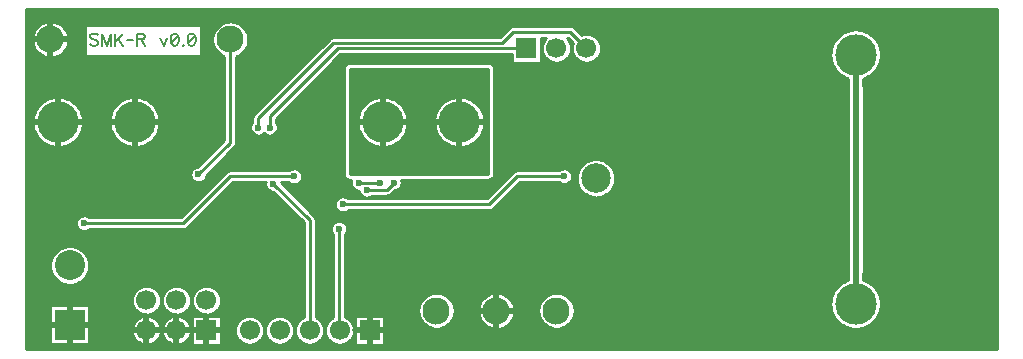
<source format=gbr>
G04 DipTrace 3.3.1.3*
G04 GTL.gbr*
%MOIN*%
G04 #@! TF.FileFunction,Copper,L1,Top*
G04 #@! TF.Part,Single*
G04 #@! TA.AperFunction,CopperBalancing*
%ADD13C,0.009843*%
%ADD14C,0.019685*%
G04 #@! TA.AperFunction,ComponentPad*
%ADD22C,0.137795*%
%ADD24C,0.066929*%
%ADD25R,0.066929X0.066929*%
%ADD27C,0.090551*%
%ADD30R,0.1X0.1*%
%ADD31C,0.1*%
%ADD33C,0.098425*%
%ADD34C,0.110236*%
G04 #@! TA.AperFunction,ViaPad*
%ADD35C,0.023622*%
%ADD87C,0.006176*%
%FSLAX26Y26*%
G04*
G70*
G90*
G75*
G01*
G04 Top*
%LPD*%
X1464016Y480984D2*
D13*
X1462450D1*
Y818701D1*
X993701Y999950D2*
X1099950Y1106199D1*
Y1449951D1*
X1193701Y1156202D2*
Y1187450D1*
X1443701Y1437450D1*
X2006201D1*
X2043701Y1474950D1*
X2232924D1*
X2287008Y1420866D1*
X1231201Y1156199D2*
Y1193701D1*
X1458366Y1420866D1*
X2087008D1*
X1598167Y972718D2*
X1598001Y972552D1*
X1528626D1*
X1555102Y949501D2*
X1620571D1*
X1643991Y972921D1*
X1364016Y480984D2*
Y848386D1*
X1243701Y968701D1*
X2212451Y993701D2*
X2056201D1*
X1962450Y899950D1*
X1474883D1*
X1312450Y993701D2*
X1099951D1*
X943702Y837451D1*
X612451D1*
X3184302Y1399606D2*
D14*
Y568898D1*
D35*
X1581201Y1387451D3*
X1712451D3*
X612451Y837451D3*
X1462450Y818701D3*
X1555102Y949501D3*
X1528626Y972552D3*
X1643991Y972921D3*
X1598167Y972718D3*
X1518017Y859484D3*
X2212451Y993701D3*
X2218701Y1043701D3*
X1918701Y862450D3*
X1881201D3*
X2074951Y968701D3*
X2168701Y862451D3*
X1812451Y1387451D3*
X1312450Y993701D3*
X1243701Y968701D3*
X1143701Y918701D3*
X993701Y999950D3*
X1231201Y1156199D3*
X1193701Y1156202D3*
X1256201Y1449950D3*
X1487451Y1387451D3*
X1149950Y1181201D3*
X1199950Y1024950D3*
X831201Y718701D3*
X943701D3*
X1331201Y1031201D3*
X1474883Y899950D3*
X1218701Y1337451D3*
X1337450Y1368701D3*
X1418701Y1118701D3*
X1068701Y1181201D3*
X419301Y1540486D2*
D13*
X2474400D1*
X419301Y1530774D2*
X2474400D1*
X419301Y1521063D2*
X2474400D1*
X419301Y1511352D2*
X2474400D1*
X419301Y1501640D2*
X467660D1*
X532240D2*
X1067650D1*
X1132249D2*
X2474400D1*
X419301Y1491929D2*
X455491D1*
X544408D2*
X613587D1*
X1003220D2*
X1055501D1*
X1144417D2*
X2032005D1*
X2244627D2*
X2474400D1*
X419301Y1482218D2*
X447860D1*
X552041D2*
X613587D1*
X1003220D2*
X1047869D1*
X1152030D2*
X2021587D1*
X2255028D2*
X2474400D1*
X419301Y1472507D2*
X442900D1*
X557000D2*
X613587D1*
X1003220D2*
X1042909D1*
X1157009D2*
X2011878D1*
X2264755D2*
X2474400D1*
X419301Y1462795D2*
X439920D1*
X559980D2*
X613587D1*
X1003220D2*
X1039911D1*
X1159990D2*
X2002171D1*
X2312602D2*
X2474400D1*
X419301Y1453084D2*
X438613D1*
X561287D2*
X613587D1*
X1003220D2*
X1038622D1*
X1161277D2*
X1430113D1*
X2136609D2*
X2149615D1*
X2324406D2*
X2474400D1*
X419301Y1443373D2*
X438902D1*
X561018D2*
X613587D1*
X1003220D2*
X1038891D1*
X1161008D2*
X1420251D1*
X2136609D2*
X2142927D1*
X2331094D2*
X2474400D1*
X419301Y1433661D2*
X440766D1*
X559134D2*
X613587D1*
X1003220D2*
X1040776D1*
X1159123D2*
X1410524D1*
X2334902D2*
X2474400D1*
X419301Y1423950D2*
X444419D1*
X555482D2*
X613587D1*
X1003220D2*
X1044408D1*
X1155491D2*
X1400815D1*
X2336516D2*
X2474400D1*
X419301Y1414239D2*
X450205D1*
X549696D2*
X613587D1*
X1003220D2*
X1050214D1*
X1149685D2*
X1391108D1*
X2336151D2*
X2474400D1*
X419301Y1404528D2*
X459105D1*
X540794D2*
X613587D1*
X1003220D2*
X1059114D1*
X1140803D2*
X1381399D1*
X2233785D2*
X2240236D1*
X2333786D2*
X2474400D1*
X419301Y1394816D2*
X474215D1*
X525685D2*
X1074224D1*
X1125675D2*
X1371692D1*
X1461705D2*
X2037407D1*
X2136609D2*
X2144963D1*
X2229056D2*
X2244966D1*
X2329038D2*
X2474400D1*
X419301Y1385105D2*
X1078896D1*
X1121022D2*
X1361984D1*
X1451978D2*
X2037407D1*
X2136609D2*
X2153076D1*
X2220944D2*
X2253077D1*
X2320925D2*
X2474400D1*
X419301Y1375394D2*
X1078896D1*
X1121022D2*
X1352256D1*
X1442269D2*
X2037407D1*
X2136609D2*
X2168801D1*
X2205199D2*
X2268803D1*
X2305201D2*
X2474400D1*
X419301Y1365682D2*
X1078896D1*
X1121022D2*
X1342549D1*
X1432562D2*
X1480786D1*
X1975361D2*
X2474400D1*
X419301Y1355971D2*
X1078896D1*
X1121022D2*
X1332841D1*
X1422853D2*
X1477556D1*
X1978591D2*
X2474400D1*
X419301Y1346260D2*
X1078896D1*
X1121022D2*
X1323133D1*
X1413146D2*
X1477556D1*
X1978591D2*
X2474400D1*
X419301Y1336549D2*
X1078896D1*
X1121022D2*
X1313425D1*
X1403437D2*
X1477556D1*
X1978591D2*
X2474400D1*
X419301Y1326837D2*
X1078896D1*
X1121022D2*
X1303717D1*
X1393710D2*
X1477556D1*
X1978591D2*
X2474400D1*
X419301Y1317126D2*
X1078896D1*
X1121022D2*
X1293990D1*
X1384003D2*
X1477556D1*
X1978591D2*
X2474400D1*
X419301Y1307415D2*
X1078896D1*
X1121022D2*
X1284282D1*
X1374294D2*
X1477556D1*
X1978591D2*
X2474400D1*
X419301Y1297703D2*
X1078896D1*
X1121022D2*
X1274573D1*
X1364587D2*
X1477556D1*
X1978591D2*
X2474650D1*
X419301Y1287992D2*
X1078896D1*
X1121022D2*
X1264866D1*
X1354878D2*
X1477556D1*
X1978591D2*
X3156551D1*
X419301Y1278281D2*
X1078896D1*
X1121022D2*
X1255157D1*
X1345151D2*
X1477556D1*
X1978591D2*
X3156551D1*
X419301Y1268570D2*
X1078896D1*
X1121022D2*
X1245450D1*
X1335444D2*
X1477556D1*
X1978591D2*
X3156551D1*
X419301Y1258858D2*
X1078896D1*
X1121022D2*
X1235723D1*
X1325735D2*
X1477556D1*
X1978591D2*
X3156551D1*
X419301Y1249147D2*
X484749D1*
X565171D2*
X740655D1*
X821076D2*
X1078896D1*
X1121022D2*
X1226014D1*
X1316028D2*
X1477556D1*
X1978591D2*
X3156551D1*
X419301Y1239436D2*
X470236D1*
X579684D2*
X726142D1*
X835589D2*
X1078896D1*
X1121022D2*
X1216307D1*
X1306320D2*
X1477556D1*
X1978591D2*
X3156551D1*
X419301Y1229724D2*
X460336D1*
X589584D2*
X716241D1*
X845490D2*
X1078896D1*
X1121022D2*
X1206598D1*
X1296612D2*
X1477556D1*
X1978591D2*
X3156551D1*
X419301Y1220013D2*
X453108D1*
X596812D2*
X709013D1*
X852718D2*
X1078896D1*
X1121022D2*
X1196891D1*
X1286885D2*
X1477556D1*
X1978591D2*
X3156551D1*
X419301Y1210302D2*
X447782D1*
X602138D2*
X703688D1*
X858043D2*
X1078896D1*
X1121022D2*
X1187164D1*
X1277176D2*
X1477556D1*
X1978591D2*
X3156551D1*
X419301Y1200591D2*
X443976D1*
X605944D2*
X699882D1*
X861849D2*
X1078896D1*
X1121022D2*
X1177533D1*
X1267469D2*
X1477556D1*
X1978591D2*
X3156551D1*
X419301Y1190879D2*
X441478D1*
X608442D2*
X697383D1*
X864348D2*
X1078896D1*
X1121022D2*
X1172938D1*
X1257761D2*
X1477556D1*
X1978591D2*
X3156551D1*
X419301Y1181168D2*
X440171D1*
X609749D2*
X696076D1*
X865655D2*
X1078896D1*
X1121022D2*
X1172630D1*
X1252262D2*
X1477556D1*
X1978591D2*
X3156551D1*
X419301Y1171457D2*
X439997D1*
X609942D2*
X695903D1*
X865848D2*
X1078896D1*
X1121022D2*
X1170478D1*
X1254416D2*
X1477556D1*
X1978591D2*
X3156551D1*
X419301Y1161745D2*
X440940D1*
X608980D2*
X696845D1*
X864886D2*
X1078896D1*
X1121022D2*
X1166325D1*
X1258568D2*
X1477556D1*
X1978591D2*
X3156551D1*
X419301Y1152034D2*
X443073D1*
X606866D2*
X698979D1*
X862772D2*
X1078896D1*
X1121022D2*
X1166075D1*
X1258837D2*
X1477556D1*
X1978591D2*
X3156551D1*
X419301Y1142323D2*
X446457D1*
X603463D2*
X702362D1*
X859369D2*
X1078896D1*
X1121022D2*
X1169593D1*
X1255301D2*
X1477556D1*
X1978591D2*
X3156551D1*
X419301Y1132612D2*
X451281D1*
X598639D2*
X707186D1*
X854545D2*
X1078896D1*
X1121022D2*
X1179647D1*
X1207760D2*
X1217152D1*
X1245265D2*
X1477556D1*
X1978591D2*
X3156551D1*
X419301Y1122900D2*
X457856D1*
X592064D2*
X713761D1*
X847970D2*
X1078896D1*
X1121022D2*
X1477556D1*
X1978591D2*
X3156551D1*
X419301Y1113189D2*
X466795D1*
X583125D2*
X722701D1*
X839030D2*
X1077550D1*
X1121022D2*
X1477556D1*
X1978591D2*
X3156551D1*
X419301Y1103478D2*
X479501D1*
X570419D2*
X735407D1*
X826324D2*
X1067843D1*
X1120831D2*
X1477556D1*
X1978591D2*
X3156551D1*
X419301Y1093766D2*
X501647D1*
X548273D2*
X757552D1*
X804178D2*
X1058134D1*
X1116697D2*
X1477556D1*
X1978591D2*
X3156551D1*
X419301Y1084055D2*
X1048427D1*
X1107181D2*
X1477556D1*
X1978591D2*
X3156551D1*
X419301Y1074344D2*
X1038718D1*
X1097474D2*
X1477556D1*
X1978591D2*
X3156533D1*
X419301Y1064633D2*
X1029010D1*
X1087765D2*
X1477556D1*
X1978591D2*
X3156533D1*
X419301Y1054921D2*
X1019283D1*
X1078058D2*
X1477556D1*
X1978591D2*
X3156533D1*
X419301Y1045210D2*
X1009575D1*
X1068350D2*
X1477556D1*
X1978591D2*
X2289295D1*
X2348108D2*
X3156533D1*
X419301Y1035499D2*
X999867D1*
X1058622D2*
X1477556D1*
X1978591D2*
X2274878D1*
X2362526D2*
X3156533D1*
X419301Y1025787D2*
X984988D1*
X1048915D2*
X1477556D1*
X1978591D2*
X2266016D1*
X2371388D2*
X3156533D1*
X419301Y1016076D2*
X971109D1*
X1039206D2*
X1296412D1*
X1328484D2*
X1477556D1*
X1978591D2*
X2196407D1*
X2228499D2*
X2260056D1*
X2377348D2*
X3156533D1*
X419301Y1006365D2*
X966514D1*
X1029499D2*
X1083240D1*
X1337251D2*
X1477556D1*
X1978591D2*
X2039483D1*
X2237245D2*
X2256192D1*
X2381211D2*
X3156533D1*
X419301Y996654D2*
X965957D1*
X1021444D2*
X1073533D1*
X1340249D2*
X1477634D1*
X1978513D2*
X2029776D1*
X2240244D2*
X2254000D1*
X2383403D2*
X3156533D1*
X419301Y986942D2*
X969091D1*
X1018311D2*
X1063806D1*
X1339538D2*
X1482420D1*
X1973707D2*
X2020068D1*
X2239552D2*
X2253346D1*
X2384056D2*
X3156533D1*
X419301Y977231D2*
X978182D1*
X1009218D2*
X1054097D1*
X1334790D2*
X1501087D1*
X1671588D2*
X2010360D1*
X2234785D2*
X2254155D1*
X2383230D2*
X3156533D1*
X419301Y967520D2*
X1044390D1*
X1103144D2*
X1215769D1*
X1274255D2*
X1305005D1*
X1319911D2*
X1501144D1*
X1671396D2*
X2000633D1*
X2059407D2*
X2204999D1*
X2219906D2*
X2256518D1*
X2380885D2*
X3156533D1*
X419301Y957808D2*
X1034681D1*
X1093437D2*
X1218037D1*
X1283982D2*
X1505066D1*
X1667302D2*
X1990924D1*
X2049680D2*
X2260575D1*
X2376828D2*
X3156533D1*
X419301Y948097D2*
X1024974D1*
X1083728D2*
X1225323D1*
X1293690D2*
X1516273D1*
X1655517D2*
X1981217D1*
X2039971D2*
X2266785D1*
X2370619D2*
X3156533D1*
X419301Y938386D2*
X1015265D1*
X1074021D2*
X1244642D1*
X1303398D2*
X1529556D1*
X1638832D2*
X1971509D1*
X2030264D2*
X2276050D1*
X2361353D2*
X3156533D1*
X419301Y928675D2*
X1005538D1*
X1064312D2*
X1254350D1*
X1313105D2*
X1536976D1*
X1573220D2*
X1961801D1*
X2020556D2*
X2291467D1*
X2345936D2*
X3156533D1*
X419301Y918963D2*
X995831D1*
X1054585D2*
X1264058D1*
X1322814D2*
X1454777D1*
X2010848D2*
X3156533D1*
X419301Y909252D2*
X986122D1*
X1044878D2*
X1273766D1*
X1332521D2*
X1448587D1*
X2001140D2*
X3156533D1*
X419301Y899541D2*
X976415D1*
X1035169D2*
X1283474D1*
X1342248D2*
X1446933D1*
X1991413D2*
X3156533D1*
X419301Y889829D2*
X966706D1*
X1025462D2*
X1293201D1*
X1351957D2*
X1448894D1*
X1981705D2*
X3156533D1*
X419301Y880118D2*
X956979D1*
X1015753D2*
X1302909D1*
X1361664D2*
X1455622D1*
X1966576D2*
X3156533D1*
X419301Y870407D2*
X947272D1*
X1006046D2*
X1312617D1*
X1371373D2*
X3156533D1*
X419301Y860696D2*
X597785D1*
X627109D2*
X937563D1*
X996319D2*
X1322325D1*
X1380869D2*
X3156533D1*
X419301Y850984D2*
X588135D1*
X986610D2*
X1332033D1*
X1384906D2*
X3156533D1*
X419301Y841273D2*
X584770D1*
X976903D2*
X1341741D1*
X1385079D2*
X1446702D1*
X1478198D2*
X3156533D1*
X419301Y831562D2*
X585155D1*
X967194D2*
X1342953D1*
X1385079D2*
X1437764D1*
X1487138D2*
X3156533D1*
X419301Y821850D2*
X589461D1*
X957333D2*
X1342953D1*
X1385079D2*
X1434688D1*
X1490213D2*
X3156533D1*
X419301Y812139D2*
X602168D1*
X622745D2*
X1342953D1*
X1385079D2*
X1435303D1*
X1489598D2*
X3156533D1*
X419301Y802428D2*
X1342953D1*
X1385079D2*
X1439955D1*
X1484946D2*
X3156533D1*
X419301Y792717D2*
X1342953D1*
X1385079D2*
X1441396D1*
X1483504D2*
X3156533D1*
X419301Y783005D2*
X1342953D1*
X1385079D2*
X1441396D1*
X1483504D2*
X3156533D1*
X419301Y773294D2*
X1342953D1*
X1385079D2*
X1441396D1*
X1483504D2*
X3156533D1*
X419301Y763583D2*
X1342953D1*
X1385079D2*
X1441396D1*
X1483504D2*
X3156533D1*
X419301Y753871D2*
X531925D1*
X596101D2*
X1342953D1*
X1385079D2*
X1441396D1*
X1483504D2*
X3156533D1*
X419301Y744160D2*
X518487D1*
X609558D2*
X1342953D1*
X1385079D2*
X1441396D1*
X1483504D2*
X3156533D1*
X419301Y734449D2*
X509991D1*
X618055D2*
X1342953D1*
X1385079D2*
X1441396D1*
X1483504D2*
X3156533D1*
X419301Y724738D2*
X504262D1*
X623783D2*
X1342953D1*
X1385079D2*
X1441396D1*
X1483504D2*
X3156533D1*
X419301Y715026D2*
X500533D1*
X627493D2*
X1342953D1*
X1385079D2*
X1441396D1*
X1483504D2*
X3156533D1*
X419301Y705315D2*
X498457D1*
X629570D2*
X1342953D1*
X1385079D2*
X1441396D1*
X1483504D2*
X3156533D1*
X419301Y695604D2*
X497879D1*
X630146D2*
X1342953D1*
X1385079D2*
X1441396D1*
X1483504D2*
X3156533D1*
X419301Y685892D2*
X498764D1*
X629262D2*
X1342953D1*
X1385079D2*
X1441396D1*
X1483504D2*
X3156533D1*
X419301Y676181D2*
X501167D1*
X626878D2*
X1342953D1*
X1385079D2*
X1441396D1*
X1483504D2*
X3156533D1*
X419301Y666470D2*
X505261D1*
X622764D2*
X1342953D1*
X1385079D2*
X1441396D1*
X1483504D2*
X2474534D1*
X419301Y656759D2*
X511490D1*
X616555D2*
X1342953D1*
X1385079D2*
X1441396D1*
X1483504D2*
X2474419D1*
X419301Y647047D2*
X520736D1*
X607289D2*
X1342953D1*
X1385079D2*
X1441396D1*
X1483504D2*
X2474419D1*
X419301Y637336D2*
X535980D1*
X592045D2*
X1342953D1*
X1385079D2*
X1441396D1*
X1483504D2*
X2474419D1*
X419301Y627625D2*
X805555D1*
X834993D2*
X905556D1*
X934995D2*
X1005558D1*
X1034996D2*
X1342953D1*
X1385079D2*
X1441396D1*
X1483504D2*
X2474419D1*
X419301Y617913D2*
X787657D1*
X852891D2*
X887659D1*
X952892D2*
X987660D1*
X1052894D2*
X1342953D1*
X1385079D2*
X1441396D1*
X1483504D2*
X2474419D1*
X419301Y608202D2*
X779007D1*
X861542D2*
X879008D1*
X961543D2*
X979009D1*
X1061545D2*
X1342953D1*
X1385079D2*
X1441396D1*
X1483504D2*
X2474419D1*
X419301Y598491D2*
X773932D1*
X866617D2*
X873933D1*
X966618D2*
X973934D1*
X1066619D2*
X1342953D1*
X1385079D2*
X1441396D1*
X1483504D2*
X1756377D1*
X1817631D2*
X1956379D1*
X2017634D2*
X2156383D1*
X2217636D2*
X2474419D1*
X419301Y588780D2*
X771298D1*
X1069253D2*
X1342953D1*
X1385079D2*
X1441396D1*
X1483504D2*
X1743516D1*
X1830510D2*
X1943518D1*
X2030495D2*
X2143503D1*
X2230497D2*
X2474419D1*
X419301Y579068D2*
X770702D1*
X1069849D2*
X1342953D1*
X1385079D2*
X1441396D1*
X1483504D2*
X1735558D1*
X1838470D2*
X1935560D1*
X2038453D2*
X2135563D1*
X2238457D2*
X2474419D1*
X419301Y569357D2*
X772087D1*
X1068465D2*
X1342953D1*
X1385079D2*
X1441396D1*
X1483504D2*
X1730367D1*
X1843660D2*
X1930350D1*
X2043663D2*
X2130354D1*
X2243647D2*
X2474419D1*
X419301Y559646D2*
X497879D1*
X630165D2*
X775604D1*
X864944D2*
X875605D1*
X964946D2*
X975608D1*
X1064948D2*
X1342953D1*
X1385079D2*
X1441396D1*
X1483504D2*
X1727196D1*
X1846832D2*
X1927198D1*
X2046815D2*
X2127201D1*
X2246819D2*
X2474419D1*
X419301Y549934D2*
X497879D1*
X630165D2*
X781871D1*
X858677D2*
X881873D1*
X958678D2*
X981874D1*
X1058680D2*
X1342953D1*
X1385079D2*
X1441396D1*
X1483504D2*
X1725734D1*
X1848293D2*
X1925738D1*
X2048277D2*
X2125720D1*
X2248280D2*
X2474419D1*
X419301Y540223D2*
X497879D1*
X630165D2*
X792790D1*
X847759D2*
X892791D1*
X947760D2*
X992793D1*
X1047761D2*
X1342953D1*
X1385079D2*
X1441396D1*
X1483504D2*
X1725849D1*
X1848157D2*
X1925853D1*
X2048161D2*
X2125856D1*
X2248164D2*
X2474419D1*
X419301Y530512D2*
X497879D1*
X630165D2*
X1342953D1*
X1385079D2*
X1441396D1*
X1483504D2*
X1727560D1*
X1846448D2*
X1927563D1*
X2046450D2*
X2127567D1*
X2246453D2*
X2474419D1*
X419301Y520801D2*
X497879D1*
X630165D2*
X791387D1*
X849161D2*
X891388D1*
X949163D2*
X970667D1*
X1069887D2*
X1135125D1*
X1192900D2*
X1235127D1*
X1292902D2*
X1335129D1*
X1392903D2*
X1435130D1*
X1492904D2*
X1514408D1*
X1613629D2*
X1731021D1*
X1843007D2*
X1931024D1*
X2043009D2*
X2131008D1*
X2242993D2*
X2474419D1*
X419301Y511089D2*
X497879D1*
X630165D2*
X781102D1*
X859446D2*
X881104D1*
X959448D2*
X970667D1*
X1069887D2*
X1124860D1*
X1203185D2*
X1224843D1*
X1303186D2*
X1324844D1*
X1403188D2*
X1424845D1*
X1503189D2*
X1514408D1*
X1613629D2*
X1736576D1*
X1837450D2*
X1936579D1*
X2037434D2*
X2136563D1*
X2237437D2*
X2474419D1*
X419301Y501378D2*
X497879D1*
X630165D2*
X775161D1*
X865406D2*
X875144D1*
X965407D2*
X970667D1*
X1069887D2*
X1118900D1*
X1209144D2*
X1218902D1*
X1309146D2*
X1318885D1*
X1409147D2*
X1418886D1*
X1509130D2*
X1514423D1*
X1613629D2*
X1745073D1*
X1828934D2*
X1945076D1*
X2028937D2*
X2145079D1*
X2228941D2*
X2474419D1*
X419301Y491667D2*
X497879D1*
X630165D2*
X771856D1*
X1069887D2*
X1115594D1*
X1613629D2*
X1759222D1*
X1814804D2*
X1959206D1*
X2014808D2*
X2159209D1*
X2214811D2*
X2474419D1*
X419301Y481955D2*
X497879D1*
X630165D2*
X770682D1*
X1069887D2*
X1114421D1*
X1613629D2*
X2474419D1*
X419301Y472244D2*
X497879D1*
X630165D2*
X771451D1*
X1069887D2*
X1115210D1*
X1613629D2*
X2474419D1*
X419301Y462533D2*
X497879D1*
X630165D2*
X774297D1*
X866251D2*
X874298D1*
X1069887D2*
X1118055D1*
X1209990D2*
X1218056D1*
X1309991D2*
X1318038D1*
X1409993D2*
X1418039D1*
X1613629D2*
X2474419D1*
X419301Y452822D2*
X497879D1*
X630165D2*
X779660D1*
X860888D2*
X879661D1*
X960890D2*
X970667D1*
X1069887D2*
X1123399D1*
X1204626D2*
X1223400D1*
X1304627D2*
X1323402D1*
X1404630D2*
X1423403D1*
X1504631D2*
X1514408D1*
X1613629D2*
X2474419D1*
X419301Y443110D2*
X497879D1*
X630165D2*
X788791D1*
X851757D2*
X888793D1*
X951759D2*
X970667D1*
X1069887D2*
X1132549D1*
X1195495D2*
X1232551D1*
X1295496D2*
X1332533D1*
X1395499D2*
X1432534D1*
X1495500D2*
X1514408D1*
X1613629D2*
X2474419D1*
X419301Y433399D2*
X809303D1*
X831245D2*
X909304D1*
X931247D2*
X970667D1*
X1069887D2*
X1153042D1*
X1174983D2*
X1253043D1*
X1274986D2*
X1353045D1*
X1374987D2*
X1453046D1*
X1474988D2*
X1514408D1*
X1613629D2*
X2474419D1*
X419301Y423688D2*
X2474419D1*
X609010Y1173819D2*
X608647Y1166941D1*
X607723Y1160115D1*
X606241Y1153388D1*
X604215Y1146806D1*
X601657Y1140411D1*
X598584Y1134247D1*
X595016Y1128354D1*
X590978Y1122774D1*
X586496Y1117543D1*
X581601Y1112698D1*
X576327Y1108269D1*
X570706Y1104286D1*
X564780Y1100778D1*
X558585Y1097766D1*
X552164Y1095272D1*
X545562Y1093311D1*
X538820Y1091899D1*
X531986Y1091042D1*
X525105Y1090748D1*
X518222Y1091018D1*
X511385Y1091852D1*
X504638Y1093241D1*
X498029Y1095180D1*
X491600Y1097652D1*
X485395Y1100642D1*
X479457Y1104131D1*
X473823Y1108093D1*
X468533Y1112505D1*
X463621Y1117333D1*
X459122Y1122549D1*
X455064Y1128115D1*
X451476Y1133995D1*
X448382Y1140148D1*
X445802Y1146534D1*
X443753Y1153110D1*
X442249Y1159832D1*
X441302Y1166655D1*
X440915Y1173531D1*
X441093Y1180417D1*
X441835Y1187265D1*
X443134Y1194029D1*
X444983Y1200664D1*
X447369Y1207126D1*
X450276Y1213370D1*
X453684Y1219356D1*
X457571Y1225042D1*
X461911Y1230390D1*
X466673Y1235366D1*
X471828Y1239934D1*
X477339Y1244067D1*
X483169Y1247734D1*
X489281Y1250909D1*
X495633Y1253576D1*
X502180Y1255713D1*
X508881Y1257306D1*
X515690Y1258345D1*
X522562Y1258824D1*
X529449Y1258739D1*
X536306Y1258089D1*
X543087Y1256881D1*
X549745Y1255121D1*
X556239Y1252822D1*
X562522Y1249999D1*
X568552Y1246672D1*
X574290Y1242861D1*
X579697Y1238593D1*
X584736Y1233898D1*
X589374Y1228806D1*
X593579Y1223350D1*
X597323Y1217570D1*
X600581Y1211501D1*
X603332Y1205186D1*
X605556Y1198667D1*
X607240Y1191988D1*
X608371Y1185194D1*
X608942Y1178329D1*
X609010Y1173819D1*
X864916D2*
X864552Y1166941D1*
X863629Y1160115D1*
X862147Y1153388D1*
X860121Y1146806D1*
X857563Y1140411D1*
X854490Y1134247D1*
X850921Y1128354D1*
X846883Y1122774D1*
X842402Y1117543D1*
X837507Y1112698D1*
X832232Y1108269D1*
X826612Y1104286D1*
X820685Y1100778D1*
X814491Y1097766D1*
X808070Y1095272D1*
X801467Y1093311D1*
X794726Y1091899D1*
X787891Y1091042D1*
X781010Y1090748D1*
X774127Y1091018D1*
X767290Y1091852D1*
X760543Y1093241D1*
X753934Y1095180D1*
X747505Y1097652D1*
X741301Y1100642D1*
X735362Y1104131D1*
X729728Y1108093D1*
X724438Y1112505D1*
X719526Y1117333D1*
X715028Y1122549D1*
X710970Y1128115D1*
X707382Y1133995D1*
X704287Y1140148D1*
X701707Y1146534D1*
X699659Y1153110D1*
X698155Y1159832D1*
X697207Y1166655D1*
X696820Y1173531D1*
X696999Y1180417D1*
X697740Y1187265D1*
X699039Y1194029D1*
X700888Y1200664D1*
X703274Y1207126D1*
X706181Y1213370D1*
X709589Y1219356D1*
X713476Y1225042D1*
X717816Y1230390D1*
X722579Y1235366D1*
X727734Y1239934D1*
X733244Y1244067D1*
X739075Y1247734D1*
X745186Y1250909D1*
X751538Y1253576D1*
X758085Y1255713D1*
X764786Y1257306D1*
X771596Y1258345D1*
X778467Y1258824D1*
X785354Y1258739D1*
X792211Y1258089D1*
X798992Y1256881D1*
X805651Y1255121D1*
X812144Y1252822D1*
X818428Y1249999D1*
X824458Y1246672D1*
X830196Y1242861D1*
X835602Y1238593D1*
X840642Y1233898D1*
X845280Y1228806D1*
X849484Y1223350D1*
X853228Y1217570D1*
X856487Y1211501D1*
X859238Y1205186D1*
X861462Y1198667D1*
X863146Y1191988D1*
X864277Y1185194D1*
X864848Y1178329D1*
X864916Y1173819D1*
X2235480Y1417051D2*
X2235031Y1413260D1*
X2234286Y1409516D1*
X2233251Y1405841D1*
X2231929Y1402260D1*
X2230331Y1398793D1*
X2228465Y1395461D1*
X2226344Y1392287D1*
X2223980Y1389289D1*
X2221388Y1386486D1*
X2218585Y1383894D1*
X2215587Y1381530D1*
X2212413Y1379409D1*
X2209081Y1377543D1*
X2205614Y1375945D1*
X2202033Y1374623D1*
X2198358Y1373588D1*
X2194614Y1372843D1*
X2190823Y1372394D1*
X2187008Y1372244D1*
X2183193Y1372394D1*
X2179402Y1372843D1*
X2175657Y1373588D1*
X2171983Y1374623D1*
X2168402Y1375945D1*
X2164934Y1377543D1*
X2161602Y1379409D1*
X2158429Y1381530D1*
X2155430Y1383894D1*
X2152627Y1386486D1*
X2150035Y1389289D1*
X2147672Y1392287D1*
X2145551Y1395461D1*
X2143685Y1398793D1*
X2142087Y1402260D1*
X2140765Y1405841D1*
X2139730Y1409516D1*
X2138984Y1413260D1*
X2138535Y1417051D1*
X2138386Y1420866D1*
X2138535Y1424681D1*
X2138984Y1428472D1*
X2139730Y1432217D1*
X2140765Y1435891D1*
X2142087Y1439472D1*
X2143685Y1442940D1*
X2145551Y1446272D1*
X2147672Y1449445D1*
X2150035Y1452444D1*
X2152273Y1454864D1*
X2135633Y1454871D1*
X2135630Y1372244D1*
X2038386D1*
Y1400791D1*
X1466680Y1400787D1*
X1251281Y1185385D1*
X1251280Y1174189D1*
X1253018Y1172051D1*
X1255230Y1168444D1*
X1256849Y1164533D1*
X1257837Y1160419D1*
X1258169Y1156199D1*
X1257837Y1151980D1*
X1256849Y1147866D1*
X1255230Y1143955D1*
X1253018Y1140348D1*
X1250270Y1137130D1*
X1247052Y1134382D1*
X1243445Y1132171D1*
X1239534Y1130551D1*
X1235420Y1129563D1*
X1231201Y1129231D1*
X1226982Y1129563D1*
X1222867Y1130551D1*
X1218957Y1132171D1*
X1215349Y1134382D1*
X1212466Y1136822D1*
X1209552Y1134385D1*
X1205945Y1132173D1*
X1202034Y1130554D1*
X1197920Y1129566D1*
X1193701Y1129234D1*
X1189482Y1129566D1*
X1185367Y1130554D1*
X1181457Y1132173D1*
X1177849Y1134385D1*
X1174631Y1137133D1*
X1171883Y1140350D1*
X1169672Y1143958D1*
X1168052Y1147869D1*
X1167064Y1151983D1*
X1166732Y1156202D1*
X1167064Y1160421D1*
X1168052Y1164535D1*
X1169672Y1168446D1*
X1171883Y1172054D1*
X1173626Y1174185D1*
X1173684Y1189025D1*
X1174177Y1192138D1*
X1175151Y1195134D1*
X1176581Y1197941D1*
X1178433Y1200491D1*
X1196902Y1219047D1*
X1430660Y1452718D1*
X1433210Y1454570D1*
X1436017Y1456000D1*
X1439013Y1456974D1*
X1442126Y1457467D1*
X1468307Y1457529D1*
X1997900D1*
X2030660Y1490218D1*
X2033210Y1492070D1*
X2036017Y1493500D1*
X2039013Y1494474D1*
X2042126Y1494967D1*
X2068307Y1495029D1*
X2234499Y1494967D1*
X2237612Y1494474D1*
X2240608Y1493500D1*
X2243415Y1492070D1*
X2245965Y1490218D1*
X2264521Y1471749D1*
X2269890Y1466379D1*
X2275657Y1468144D1*
X2279402Y1468890D1*
X2283193Y1469339D1*
X2287008Y1469488D1*
X2290823Y1469339D1*
X2294614Y1468890D1*
X2298358Y1468144D1*
X2302033Y1467109D1*
X2305614Y1465787D1*
X2309081Y1464189D1*
X2312413Y1462323D1*
X2315587Y1460202D1*
X2318585Y1457839D1*
X2321388Y1455247D1*
X2323980Y1452444D1*
X2326344Y1449445D1*
X2328465Y1446272D1*
X2330331Y1442940D1*
X2331929Y1439472D1*
X2333251Y1435891D1*
X2334286Y1432217D1*
X2335031Y1428472D1*
X2335480Y1424681D1*
X2335630Y1420866D1*
X2335480Y1417051D1*
X2335031Y1413260D1*
X2334286Y1409516D1*
X2333251Y1405841D1*
X2331929Y1402260D1*
X2330331Y1398793D1*
X2328465Y1395461D1*
X2326344Y1392287D1*
X2323980Y1389289D1*
X2321388Y1386486D1*
X2318585Y1383894D1*
X2315587Y1381530D1*
X2312413Y1379409D1*
X2309081Y1377543D1*
X2305614Y1375945D1*
X2302033Y1374623D1*
X2298358Y1373588D1*
X2294614Y1372843D1*
X2290823Y1372394D1*
X2287008Y1372244D1*
X2283193Y1372394D1*
X2279402Y1372843D1*
X2275657Y1373588D1*
X2271983Y1374623D1*
X2268402Y1375945D1*
X2264934Y1377543D1*
X2261602Y1379409D1*
X2258429Y1381530D1*
X2255430Y1383894D1*
X2252627Y1386486D1*
X2250035Y1389289D1*
X2247672Y1392287D1*
X2245551Y1395461D1*
X2243685Y1398793D1*
X2242087Y1402260D1*
X2240765Y1405841D1*
X2239730Y1409516D1*
X2238984Y1413260D1*
X2238535Y1417051D1*
X2238386Y1420866D1*
X2238535Y1424681D1*
X2238984Y1428472D1*
X2239730Y1432217D1*
X2241525Y1437948D1*
X2224594Y1454883D1*
X2221755Y1454871D1*
X2223980Y1452444D1*
X2226344Y1449445D1*
X2228465Y1446272D1*
X2230331Y1442940D1*
X2231929Y1439472D1*
X2233251Y1435891D1*
X2234286Y1432217D1*
X2235031Y1428472D1*
X2235480Y1424681D1*
X2235630Y1420866D1*
X2235480Y1417051D1*
X2047433Y544843D2*
X2047049Y538951D1*
X2046092Y533127D1*
X2044571Y527423D1*
X2042500Y521895D1*
X2039900Y516594D1*
X2036797Y511573D1*
X2033217Y506879D1*
X2029197Y502558D1*
X2024774Y498647D1*
X2019991Y495188D1*
X2014892Y492211D1*
X2009529Y489747D1*
X2003950Y487818D1*
X1998210Y486441D1*
X1992362Y485631D1*
X1986463Y485396D1*
X1980570Y485738D1*
X1974739Y486652D1*
X1969024Y488131D1*
X1963480Y490161D1*
X1958161Y492723D1*
X1953118Y495790D1*
X1948398Y499336D1*
X1944046Y503324D1*
X1940105Y507718D1*
X1936610Y512476D1*
X1933597Y517552D1*
X1931093Y522899D1*
X1929123Y528463D1*
X1927705Y534193D1*
X1926853Y540034D1*
X1926575Y545932D1*
X1926874Y551827D1*
X1927745Y557665D1*
X1929184Y563391D1*
X1931173Y568949D1*
X1933696Y574286D1*
X1936726Y579352D1*
X1940236Y584097D1*
X1944194Y588478D1*
X1948559Y592451D1*
X1953291Y595980D1*
X1958345Y599030D1*
X1963673Y601573D1*
X1969223Y603584D1*
X1974944Y605043D1*
X1980778Y605938D1*
X1986672Y606259D1*
X1992570Y606004D1*
X1998415Y605173D1*
X2004151Y603777D1*
X2009723Y601828D1*
X2015077Y599345D1*
X2020165Y596352D1*
X2024937Y592875D1*
X2029346Y588950D1*
X2033352Y584614D1*
X2036915Y579907D1*
X2040001Y574875D1*
X2042583Y569567D1*
X2044634Y564031D1*
X2046135Y558323D1*
X2047072Y552493D1*
X2047436Y546602D1*
X2047433Y544843D1*
X2247255Y541085D2*
X2246697Y536373D1*
X2245772Y531719D1*
X2244483Y527152D1*
X2242841Y522699D1*
X2240854Y518391D1*
X2238535Y514251D1*
X2235899Y510304D1*
X2232962Y506579D1*
X2229740Y503094D1*
X2226256Y499873D1*
X2222530Y496936D1*
X2218584Y494299D1*
X2214444Y491980D1*
X2210135Y489993D1*
X2205682Y488352D1*
X2201115Y487063D1*
X2196462Y486138D1*
X2191749Y485580D1*
X2187008Y485394D1*
X2182266Y485580D1*
X2177554Y486138D1*
X2172900Y487063D1*
X2168333Y488352D1*
X2163881Y489993D1*
X2159572Y491980D1*
X2155432Y494299D1*
X2151486Y496936D1*
X2147760Y499873D1*
X2144276Y503094D1*
X2141054Y506579D1*
X2138117Y510304D1*
X2135480Y514251D1*
X2133161Y518391D1*
X2131175Y522699D1*
X2129533Y527152D1*
X2128244Y531719D1*
X2127319Y536373D1*
X2126761Y541085D1*
X2126575Y545827D1*
X2126761Y550568D1*
X2127319Y555281D1*
X2128244Y559934D1*
X2129533Y564501D1*
X2131175Y568954D1*
X2133161Y573262D1*
X2135480Y577403D1*
X2138117Y581349D1*
X2141054Y585075D1*
X2144276Y588559D1*
X2147760Y591781D1*
X2151486Y594718D1*
X2155432Y597354D1*
X2159572Y599673D1*
X2163881Y601660D1*
X2168333Y603302D1*
X2172900Y604591D1*
X2177554Y605516D1*
X2182266Y606073D1*
X2187008Y606260D1*
X2191749Y606073D1*
X2196462Y605516D1*
X2201115Y604591D1*
X2205682Y603302D1*
X2210135Y601660D1*
X2214444Y599673D1*
X2218584Y597354D1*
X2222530Y594718D1*
X2226256Y591781D1*
X2229740Y588559D1*
X2232962Y585075D1*
X2235899Y581349D1*
X2238535Y577403D1*
X2240854Y573262D1*
X2242841Y568954D1*
X2244483Y564501D1*
X2245772Y559934D1*
X2246697Y555281D1*
X2247255Y550568D1*
X2247441Y545827D1*
X2247255Y541085D1*
X1847255D2*
X1846697Y536373D1*
X1845772Y531719D1*
X1844483Y527152D1*
X1842841Y522699D1*
X1840854Y518391D1*
X1838535Y514251D1*
X1835899Y510304D1*
X1832962Y506579D1*
X1829740Y503094D1*
X1826256Y499873D1*
X1822530Y496936D1*
X1818584Y494299D1*
X1814444Y491980D1*
X1810135Y489993D1*
X1805682Y488352D1*
X1801115Y487063D1*
X1796462Y486138D1*
X1791749Y485580D1*
X1787008Y485394D1*
X1782266Y485580D1*
X1777554Y486138D1*
X1772900Y487063D1*
X1768333Y488352D1*
X1763881Y489993D1*
X1759572Y491980D1*
X1755432Y494299D1*
X1751486Y496936D1*
X1747760Y499873D1*
X1744276Y503094D1*
X1741054Y506579D1*
X1738117Y510304D1*
X1735480Y514251D1*
X1733161Y518391D1*
X1731175Y522699D1*
X1729533Y527152D1*
X1728244Y531719D1*
X1727319Y536373D1*
X1726761Y541085D1*
X1726575Y545827D1*
X1726761Y550568D1*
X1727319Y555281D1*
X1728244Y559934D1*
X1729533Y564501D1*
X1731175Y568954D1*
X1733161Y573262D1*
X1735480Y577403D1*
X1738117Y581349D1*
X1741054Y585075D1*
X1744276Y588559D1*
X1747760Y591781D1*
X1751486Y594718D1*
X1755432Y597354D1*
X1759572Y599673D1*
X1763881Y601660D1*
X1768333Y603302D1*
X1772900Y604591D1*
X1777554Y605516D1*
X1782266Y606073D1*
X1787008Y606260D1*
X1791749Y606073D1*
X1796462Y605516D1*
X1801115Y604591D1*
X1805682Y603302D1*
X1810135Y601660D1*
X1814444Y599673D1*
X1818584Y597354D1*
X1822530Y594718D1*
X1826256Y591781D1*
X1829740Y588559D1*
X1832962Y585075D1*
X1835899Y581349D1*
X1838535Y577403D1*
X1840854Y573262D1*
X1842841Y568954D1*
X1844483Y564501D1*
X1845772Y559934D1*
X1846697Y555281D1*
X1847255Y550568D1*
X1847441Y545827D1*
X1847255Y541085D1*
X1160197Y1445210D2*
X1159639Y1440497D1*
X1158714Y1435844D1*
X1157425Y1431277D1*
X1155783Y1426824D1*
X1153797Y1422516D1*
X1151478Y1418375D1*
X1148841Y1414429D1*
X1145904Y1410703D1*
X1142682Y1407219D1*
X1139198Y1403997D1*
X1135472Y1401060D1*
X1131526Y1398424D1*
X1127386Y1396105D1*
X1123077Y1394118D1*
X1120034Y1392996D1*
X1119967Y1104625D1*
X1119474Y1101512D1*
X1118500Y1098516D1*
X1117070Y1095709D1*
X1115218Y1093159D1*
X1096749Y1074602D1*
X1020640Y998493D1*
X1019924Y993655D1*
X1018617Y989630D1*
X1016696Y985860D1*
X1014207Y982436D1*
X1011215Y979444D1*
X1007791Y976955D1*
X1004021Y975034D1*
X999996Y973727D1*
X995816Y973064D1*
X991585D1*
X987406Y973727D1*
X983381Y975034D1*
X979610Y976955D1*
X976186Y979444D1*
X973194Y982436D1*
X970706Y985860D1*
X968785Y989630D1*
X967478Y993655D1*
X966815Y997835D1*
Y1002066D1*
X967478Y1006245D1*
X968785Y1010270D1*
X970706Y1014041D1*
X973194Y1017465D1*
X976186Y1020457D1*
X979610Y1022945D1*
X983381Y1024866D1*
X987406Y1026173D1*
X991585Y1026836D1*
X992222Y1026861D1*
X1079861Y1114507D1*
X1079871Y1392959D1*
X1076823Y1394118D1*
X1072514Y1396105D1*
X1068374Y1398424D1*
X1064428Y1401060D1*
X1060702Y1403997D1*
X1057218Y1407219D1*
X1053996Y1410703D1*
X1051059Y1414429D1*
X1048423Y1418375D1*
X1046104Y1422516D1*
X1044117Y1426824D1*
X1042475Y1431277D1*
X1041186Y1435844D1*
X1040261Y1440497D1*
X1039703Y1445210D1*
X1039517Y1449951D1*
X1039703Y1454693D1*
X1040261Y1459406D1*
X1041186Y1464059D1*
X1042475Y1468626D1*
X1044117Y1473079D1*
X1046104Y1477387D1*
X1048423Y1481528D1*
X1051059Y1485474D1*
X1053996Y1489199D1*
X1057218Y1492684D1*
X1060702Y1495906D1*
X1064428Y1498843D1*
X1068374Y1501479D1*
X1072514Y1503798D1*
X1076823Y1505785D1*
X1081276Y1507427D1*
X1085843Y1508715D1*
X1090496Y1509640D1*
X1095209Y1510198D1*
X1099950Y1510385D1*
X1104692Y1510198D1*
X1109404Y1509640D1*
X1114058Y1508715D1*
X1118625Y1507427D1*
X1123077Y1505785D1*
X1127386Y1503798D1*
X1131526Y1501479D1*
X1135472Y1498843D1*
X1139198Y1495906D1*
X1142682Y1492684D1*
X1145904Y1489199D1*
X1148841Y1485474D1*
X1151478Y1481528D1*
X1153797Y1477387D1*
X1155783Y1473079D1*
X1157425Y1468626D1*
X1158714Y1464059D1*
X1159639Y1459406D1*
X1160197Y1454693D1*
X1160383Y1449951D1*
X1160197Y1445210D1*
X560375Y1448967D2*
X559991Y1443076D1*
X559034Y1437252D1*
X557513Y1431547D1*
X555442Y1426020D1*
X552843Y1420719D1*
X549739Y1415698D1*
X546159Y1411004D1*
X542139Y1406682D1*
X537717Y1402772D1*
X532933Y1399312D1*
X527835Y1396336D1*
X522471Y1393871D1*
X516892Y1391942D1*
X511152Y1390566D1*
X505304Y1389756D1*
X499406Y1389521D1*
X493512Y1389862D1*
X487681Y1390777D1*
X481966Y1392256D1*
X476423Y1394286D1*
X471104Y1396848D1*
X466060Y1399915D1*
X461340Y1403461D1*
X456988Y1407449D1*
X453047Y1411843D1*
X449552Y1416601D1*
X446539Y1421677D1*
X444035Y1427024D1*
X442066Y1432588D1*
X440647Y1438318D1*
X439795Y1444159D1*
X439517Y1450056D1*
X439816Y1455951D1*
X440688Y1461790D1*
X442126Y1467516D1*
X444115Y1473073D1*
X446638Y1478411D1*
X449668Y1483476D1*
X453178Y1488222D1*
X457136Y1492602D1*
X461501Y1496576D1*
X466234Y1500105D1*
X471287Y1503155D1*
X476615Y1505698D1*
X482165Y1507709D1*
X487886Y1509168D1*
X493720Y1510063D1*
X499614Y1510383D1*
X505512Y1510129D1*
X511357Y1509298D1*
X517093Y1507902D1*
X522665Y1505953D1*
X528020Y1503470D1*
X533108Y1500476D1*
X537879Y1497000D1*
X542289Y1493075D1*
X546294Y1488739D1*
X549857Y1484031D1*
X552944Y1479000D1*
X555525Y1473692D1*
X557576Y1468156D1*
X559077Y1462448D1*
X560014Y1456618D1*
X560378Y1450727D1*
X560375Y1448967D1*
X499843Y564921D2*
X629173D1*
Y434606D1*
X498858D1*
Y564921D1*
X499843D1*
X628987Y691698D2*
X628432Y686808D1*
X627508Y681976D1*
X626222Y677227D1*
X624581Y672589D1*
X622596Y668087D1*
X620277Y663748D1*
X617636Y659596D1*
X614690Y655656D1*
X611455Y651949D1*
X607950Y648496D1*
X604194Y645319D1*
X600209Y642433D1*
X596017Y639857D1*
X591643Y637604D1*
X587112Y635688D1*
X582449Y634118D1*
X577680Y632906D1*
X572833Y632056D1*
X567937Y631575D1*
X563018Y631465D1*
X558105Y631726D1*
X553226Y632356D1*
X548408Y633353D1*
X543678Y634711D1*
X539066Y636423D1*
X534596Y638476D1*
X530293Y640862D1*
X526181Y643567D1*
X522286Y646572D1*
X518630Y649864D1*
X515231Y653421D1*
X512112Y657226D1*
X509287Y661255D1*
X506776Y665486D1*
X504589Y669894D1*
X502743Y674454D1*
X501245Y679140D1*
X500105Y683927D1*
X499331Y688785D1*
X498924Y693689D1*
X498888Y698609D1*
X499224Y703517D1*
X499930Y708386D1*
X501001Y713189D1*
X502432Y717896D1*
X504214Y722483D1*
X506336Y726921D1*
X508787Y731188D1*
X511554Y735256D1*
X514618Y739105D1*
X517966Y742710D1*
X521575Y746054D1*
X525427Y749115D1*
X529499Y751878D1*
X533766Y754324D1*
X538207Y756442D1*
X542795Y758219D1*
X547505Y759644D1*
X552308Y760711D1*
X557177Y761412D1*
X562087Y761743D1*
X567007Y761703D1*
X571909Y761291D1*
X576768Y760512D1*
X581552Y759367D1*
X586238Y757865D1*
X590797Y756013D1*
X595202Y753824D1*
X599430Y751307D1*
X603455Y748479D1*
X607257Y745356D1*
X610811Y741954D1*
X614100Y738293D1*
X617101Y734395D1*
X619801Y730282D1*
X622182Y725976D1*
X624232Y721504D1*
X625938Y716888D1*
X627291Y712159D1*
X628285Y707340D1*
X628911Y702459D1*
X629173Y696614D1*
X628987Y691698D1*
X1516378Y529606D2*
X1612638D1*
Y432362D1*
X1515394D1*
Y529606D1*
X1516378D1*
X1512488Y477169D2*
X1512039Y473378D1*
X1511294Y469634D1*
X1510259Y465959D1*
X1508937Y462378D1*
X1507339Y458911D1*
X1505472Y455579D1*
X1503352Y452406D1*
X1500988Y449407D1*
X1498396Y446604D1*
X1495593Y444012D1*
X1492594Y441648D1*
X1489421Y439528D1*
X1486089Y437661D1*
X1482622Y436063D1*
X1479041Y434741D1*
X1475366Y433706D1*
X1471622Y432961D1*
X1467831Y432512D1*
X1464016Y432362D1*
X1460201Y432512D1*
X1456409Y432961D1*
X1452665Y433706D1*
X1448991Y434741D1*
X1445409Y436063D1*
X1441942Y437661D1*
X1438610Y439528D1*
X1435437Y441648D1*
X1432438Y444012D1*
X1429635Y446604D1*
X1427043Y449407D1*
X1424680Y452406D1*
X1422559Y455579D1*
X1420693Y458911D1*
X1419094Y462378D1*
X1417773Y465959D1*
X1416738Y469634D1*
X1415992Y473378D1*
X1415543Y477169D1*
X1415394Y480984D1*
X1415543Y484799D1*
X1415992Y488591D1*
X1416738Y492335D1*
X1417773Y496009D1*
X1419094Y499591D1*
X1420693Y503058D1*
X1422559Y506390D1*
X1424680Y509563D1*
X1427043Y512562D1*
X1429635Y515365D1*
X1432438Y517957D1*
X1435437Y520320D1*
X1438610Y522441D1*
X1442362Y524500D1*
X1442371Y800693D1*
X1440633Y802849D1*
X1438421Y806457D1*
X1436802Y810367D1*
X1435814Y814482D1*
X1435482Y818701D1*
X1435814Y822920D1*
X1436802Y827034D1*
X1438421Y830945D1*
X1440633Y834552D1*
X1443381Y837770D1*
X1446598Y840518D1*
X1450206Y842730D1*
X1454117Y844349D1*
X1458231Y845337D1*
X1462450Y845669D1*
X1466669Y845337D1*
X1470783Y844349D1*
X1474694Y842730D1*
X1478302Y840518D1*
X1481520Y837770D1*
X1484268Y834552D1*
X1486479Y830945D1*
X1488098Y827034D1*
X1489087Y822920D1*
X1489419Y818701D1*
X1489087Y814482D1*
X1488098Y810367D1*
X1486479Y806457D1*
X1484268Y802849D1*
X1482525Y800718D1*
X1482622Y525906D1*
X1486089Y524307D1*
X1489421Y522441D1*
X1492594Y520320D1*
X1495593Y517957D1*
X1498396Y515365D1*
X1500988Y512562D1*
X1503352Y509563D1*
X1505472Y506390D1*
X1507339Y503058D1*
X1508937Y499591D1*
X1510259Y496009D1*
X1511294Y492335D1*
X1512039Y488591D1*
X1512488Y484799D1*
X1512638Y480984D1*
X1512488Y477169D1*
X1412488D2*
X1412039Y473378D1*
X1411294Y469634D1*
X1410259Y465959D1*
X1408937Y462378D1*
X1407339Y458911D1*
X1405472Y455579D1*
X1403352Y452406D1*
X1400988Y449407D1*
X1398396Y446604D1*
X1395593Y444012D1*
X1392594Y441648D1*
X1389421Y439528D1*
X1386089Y437661D1*
X1382622Y436063D1*
X1379041Y434741D1*
X1375366Y433706D1*
X1371622Y432961D1*
X1367831Y432512D1*
X1364016Y432362D1*
X1360201Y432512D1*
X1356409Y432961D1*
X1352665Y433706D1*
X1348991Y434741D1*
X1345409Y436063D1*
X1341942Y437661D1*
X1338610Y439528D1*
X1335437Y441648D1*
X1332438Y444012D1*
X1329635Y446604D1*
X1327043Y449407D1*
X1324680Y452406D1*
X1322559Y455579D1*
X1320693Y458911D1*
X1319094Y462378D1*
X1317773Y465959D1*
X1316738Y469634D1*
X1315992Y473378D1*
X1315543Y477169D1*
X1315394Y480984D1*
X1315543Y484799D1*
X1315992Y488591D1*
X1316738Y492335D1*
X1317773Y496009D1*
X1319094Y499591D1*
X1320693Y503058D1*
X1322559Y506390D1*
X1324680Y509563D1*
X1327043Y512562D1*
X1329635Y515365D1*
X1332438Y517957D1*
X1335437Y520320D1*
X1338610Y522441D1*
X1343933Y525224D1*
X1343937Y840063D1*
X1242228Y941778D1*
X1239482Y942064D1*
X1235367Y943052D1*
X1231457Y944672D1*
X1227849Y946883D1*
X1224631Y949631D1*
X1221883Y952849D1*
X1219672Y956457D1*
X1218052Y960367D1*
X1217064Y964482D1*
X1216732Y968701D1*
X1217064Y972920D1*
X1217205Y973626D1*
X1108276Y973622D1*
X956743Y822184D1*
X954193Y820332D1*
X951386Y818902D1*
X948390Y817928D1*
X945277Y817434D1*
X919096Y817373D1*
X630453D1*
X628303Y815634D1*
X624696Y813423D1*
X620785Y811803D1*
X616671Y810815D1*
X612451Y810483D1*
X608232Y810815D1*
X604118Y811803D1*
X600207Y813423D1*
X596600Y815634D1*
X593382Y818382D1*
X590634Y821600D1*
X588423Y825207D1*
X586803Y829118D1*
X585815Y833232D1*
X585483Y837451D1*
X585815Y841671D1*
X586803Y845785D1*
X588423Y849696D1*
X590634Y853303D1*
X593382Y856521D1*
X596600Y859269D1*
X600207Y861480D1*
X604118Y863100D1*
X608232Y864088D1*
X612451Y864420D1*
X616671Y864088D1*
X620785Y863100D1*
X624696Y861480D1*
X628303Y859269D1*
X630434Y857526D1*
X935390Y857530D1*
X1086911Y1008969D1*
X1089461Y1010820D1*
X1092268Y1012251D1*
X1095264Y1013224D1*
X1098377Y1013718D1*
X1124558Y1013780D1*
X1294437D1*
X1296598Y1015518D1*
X1300206Y1017730D1*
X1304117Y1019349D1*
X1308231Y1020337D1*
X1312450Y1020669D1*
X1316669Y1020337D1*
X1320783Y1019349D1*
X1324694Y1017730D1*
X1328302Y1015518D1*
X1331520Y1012770D1*
X1334268Y1009552D1*
X1336479Y1005945D1*
X1338098Y1002034D1*
X1339087Y997920D1*
X1339419Y993701D1*
X1339087Y989482D1*
X1338098Y985367D1*
X1336479Y981457D1*
X1334268Y977849D1*
X1331520Y974631D1*
X1328302Y971883D1*
X1324694Y969672D1*
X1320783Y968052D1*
X1316669Y967064D1*
X1312450Y966732D1*
X1308231Y967064D1*
X1304117Y968052D1*
X1300206Y969672D1*
X1296598Y971883D1*
X1294467Y973626D1*
X1270215Y973622D1*
X1270612Y970180D1*
X1379283Y861427D1*
X1381135Y858877D1*
X1382566Y856070D1*
X1383539Y853073D1*
X1384033Y849961D1*
X1384094Y823780D1*
Y525255D1*
X1389421Y522441D1*
X1392594Y520320D1*
X1395593Y517957D1*
X1398396Y515365D1*
X1400988Y512562D1*
X1403352Y509563D1*
X1405472Y506390D1*
X1407339Y503058D1*
X1408937Y499591D1*
X1410259Y496009D1*
X1411294Y492335D1*
X1412039Y488591D1*
X1412488Y484799D1*
X1412638Y480984D1*
X1412488Y477169D1*
X1312488D2*
X1312039Y473378D1*
X1311294Y469634D1*
X1310259Y465959D1*
X1308937Y462378D1*
X1307339Y458911D1*
X1305472Y455579D1*
X1303352Y452406D1*
X1300988Y449407D1*
X1298396Y446604D1*
X1295593Y444012D1*
X1292594Y441648D1*
X1289421Y439528D1*
X1286089Y437661D1*
X1282622Y436063D1*
X1279041Y434741D1*
X1275366Y433706D1*
X1271622Y432961D1*
X1267831Y432512D1*
X1264016Y432362D1*
X1260201Y432512D1*
X1256409Y432961D1*
X1252665Y433706D1*
X1248991Y434741D1*
X1245409Y436063D1*
X1241942Y437661D1*
X1238610Y439528D1*
X1235437Y441648D1*
X1232438Y444012D1*
X1229635Y446604D1*
X1227043Y449407D1*
X1224680Y452406D1*
X1222559Y455579D1*
X1220693Y458911D1*
X1219094Y462378D1*
X1217773Y465959D1*
X1216738Y469634D1*
X1215992Y473378D1*
X1215543Y477169D1*
X1215394Y480984D1*
X1215543Y484799D1*
X1215992Y488591D1*
X1216738Y492335D1*
X1217773Y496009D1*
X1219094Y499591D1*
X1220693Y503058D1*
X1222559Y506390D1*
X1224680Y509563D1*
X1227043Y512562D1*
X1229635Y515365D1*
X1232438Y517957D1*
X1235437Y520320D1*
X1238610Y522441D1*
X1241942Y524307D1*
X1245409Y525906D1*
X1248991Y527227D1*
X1252665Y528262D1*
X1256409Y529008D1*
X1260201Y529457D1*
X1264016Y529606D1*
X1267831Y529457D1*
X1271622Y529008D1*
X1275366Y528262D1*
X1279041Y527227D1*
X1282622Y525906D1*
X1286089Y524307D1*
X1289421Y522441D1*
X1292594Y520320D1*
X1295593Y517957D1*
X1298396Y515365D1*
X1300988Y512562D1*
X1303352Y509563D1*
X1305472Y506390D1*
X1307339Y503058D1*
X1308937Y499591D1*
X1310259Y496009D1*
X1311294Y492335D1*
X1312039Y488591D1*
X1312488Y484799D1*
X1312638Y480984D1*
X1312488Y477169D1*
X1212488D2*
X1212039Y473378D1*
X1211294Y469634D1*
X1210259Y465959D1*
X1208937Y462378D1*
X1207339Y458911D1*
X1205472Y455579D1*
X1203352Y452406D1*
X1200988Y449407D1*
X1198396Y446604D1*
X1195593Y444012D1*
X1192594Y441648D1*
X1189421Y439528D1*
X1186089Y437661D1*
X1182622Y436063D1*
X1179041Y434741D1*
X1175366Y433706D1*
X1171622Y432961D1*
X1167831Y432512D1*
X1164016Y432362D1*
X1160201Y432512D1*
X1156409Y432961D1*
X1152665Y433706D1*
X1148991Y434741D1*
X1145409Y436063D1*
X1141942Y437661D1*
X1138610Y439528D1*
X1135437Y441648D1*
X1132438Y444012D1*
X1129635Y446604D1*
X1127043Y449407D1*
X1124680Y452406D1*
X1122559Y455579D1*
X1120693Y458911D1*
X1119094Y462378D1*
X1117773Y465959D1*
X1116738Y469634D1*
X1115992Y473378D1*
X1115543Y477169D1*
X1115394Y480984D1*
X1115543Y484799D1*
X1115992Y488591D1*
X1116738Y492335D1*
X1117773Y496009D1*
X1119094Y499591D1*
X1120693Y503058D1*
X1122559Y506390D1*
X1124680Y509563D1*
X1127043Y512562D1*
X1129635Y515365D1*
X1132438Y517957D1*
X1135437Y520320D1*
X1138610Y522441D1*
X1141942Y524307D1*
X1145409Y525906D1*
X1148991Y527227D1*
X1152665Y528262D1*
X1156409Y529008D1*
X1160201Y529457D1*
X1164016Y529606D1*
X1167831Y529457D1*
X1171622Y529008D1*
X1175366Y528262D1*
X1179041Y527227D1*
X1182622Y525906D1*
X1186089Y524307D1*
X1189421Y522441D1*
X1192594Y520320D1*
X1195593Y517957D1*
X1198396Y515365D1*
X1200988Y512562D1*
X1203352Y509563D1*
X1205472Y506390D1*
X1207339Y503058D1*
X1208937Y499591D1*
X1210259Y496009D1*
X1211294Y492335D1*
X1212039Y488591D1*
X1212488Y484799D1*
X1212638Y480984D1*
X1212488Y477169D1*
X1068748Y577169D2*
X1068299Y573378D1*
X1067554Y569634D1*
X1066518Y565959D1*
X1065197Y562378D1*
X1063598Y558911D1*
X1061732Y555579D1*
X1059612Y552406D1*
X1057248Y549407D1*
X1054656Y546604D1*
X1051853Y544012D1*
X1048854Y541648D1*
X1045681Y539528D1*
X1042349Y537661D1*
X1038882Y536063D1*
X1035301Y534741D1*
X1031626Y533706D1*
X1027882Y532961D1*
X1024091Y532512D1*
X1020276Y532362D1*
X1016461Y532512D1*
X1012669Y532961D1*
X1008925Y533706D1*
X1005251Y534741D1*
X1001669Y536063D1*
X998202Y537661D1*
X994870Y539528D1*
X991697Y541648D1*
X988698Y544012D1*
X985895Y546604D1*
X983303Y549407D1*
X980940Y552406D1*
X978819Y555579D1*
X976953Y558911D1*
X975354Y562378D1*
X974033Y565959D1*
X972997Y569634D1*
X972252Y573378D1*
X971803Y577169D1*
X971654Y580984D1*
X971803Y584799D1*
X972252Y588591D1*
X972997Y592335D1*
X974033Y596009D1*
X975354Y599591D1*
X976953Y603058D1*
X978819Y606390D1*
X980940Y609563D1*
X983303Y612562D1*
X985895Y615365D1*
X988698Y617957D1*
X991697Y620320D1*
X994870Y622441D1*
X998202Y624307D1*
X1001669Y625906D1*
X1005251Y627227D1*
X1008925Y628262D1*
X1012669Y629008D1*
X1016461Y629457D1*
X1020276Y629606D1*
X1024091Y629457D1*
X1027882Y629008D1*
X1031626Y628262D1*
X1035301Y627227D1*
X1038882Y625906D1*
X1042349Y624307D1*
X1045681Y622441D1*
X1048854Y620320D1*
X1051853Y617957D1*
X1054656Y615365D1*
X1057248Y612562D1*
X1059612Y609563D1*
X1061732Y606390D1*
X1063598Y603058D1*
X1065197Y599591D1*
X1066518Y596009D1*
X1067554Y592335D1*
X1068299Y588591D1*
X1068748Y584799D1*
X1068898Y580984D1*
X1068748Y577169D1*
X968748D2*
X968299Y573378D1*
X967554Y569634D1*
X966518Y565959D1*
X965197Y562378D1*
X963598Y558911D1*
X961732Y555579D1*
X959612Y552406D1*
X957248Y549407D1*
X954656Y546604D1*
X951853Y544012D1*
X948854Y541648D1*
X945681Y539528D1*
X942349Y537661D1*
X938882Y536063D1*
X935301Y534741D1*
X931626Y533706D1*
X927882Y532961D1*
X924091Y532512D1*
X920276Y532362D1*
X916461Y532512D1*
X912669Y532961D1*
X908925Y533706D1*
X905251Y534741D1*
X901669Y536063D1*
X898202Y537661D1*
X894870Y539528D1*
X891697Y541648D1*
X888698Y544012D1*
X885895Y546604D1*
X883303Y549407D1*
X880940Y552406D1*
X878819Y555579D1*
X876953Y558911D1*
X875354Y562378D1*
X874033Y565959D1*
X872997Y569634D1*
X872252Y573378D1*
X871803Y577169D1*
X871654Y580984D1*
X871803Y584799D1*
X872252Y588591D1*
X872997Y592335D1*
X874033Y596009D1*
X875354Y599591D1*
X876953Y603058D1*
X878819Y606390D1*
X880940Y609563D1*
X883303Y612562D1*
X885895Y615365D1*
X888698Y617957D1*
X891697Y620320D1*
X894870Y622441D1*
X898202Y624307D1*
X901669Y625906D1*
X905251Y627227D1*
X908925Y628262D1*
X912669Y629008D1*
X916461Y629457D1*
X920276Y629606D1*
X924091Y629457D1*
X927882Y629008D1*
X931626Y628262D1*
X935301Y627227D1*
X938882Y625906D1*
X942349Y624307D1*
X945681Y622441D1*
X948854Y620320D1*
X951853Y617957D1*
X954656Y615365D1*
X957248Y612562D1*
X959612Y609563D1*
X961732Y606390D1*
X963598Y603058D1*
X965197Y599591D1*
X966518Y596009D1*
X967554Y592335D1*
X968299Y588591D1*
X968748Y584799D1*
X968898Y580984D1*
X968748Y577169D1*
X868748D2*
X868299Y573378D1*
X867554Y569634D1*
X866518Y565959D1*
X865197Y562378D1*
X863598Y558911D1*
X861732Y555579D1*
X859612Y552406D1*
X857248Y549407D1*
X854656Y546604D1*
X851853Y544012D1*
X848854Y541648D1*
X845681Y539528D1*
X842349Y537661D1*
X838882Y536063D1*
X835301Y534741D1*
X831626Y533706D1*
X827882Y532961D1*
X824091Y532512D1*
X820276Y532362D1*
X816461Y532512D1*
X812669Y532961D1*
X808925Y533706D1*
X805251Y534741D1*
X801669Y536063D1*
X798202Y537661D1*
X794870Y539528D1*
X791697Y541648D1*
X788698Y544012D1*
X785895Y546604D1*
X783303Y549407D1*
X780940Y552406D1*
X778819Y555579D1*
X776953Y558911D1*
X775354Y562378D1*
X774033Y565959D1*
X772997Y569634D1*
X772252Y573378D1*
X771803Y577169D1*
X771654Y580984D1*
X771803Y584799D1*
X772252Y588591D1*
X772997Y592335D1*
X774033Y596009D1*
X775354Y599591D1*
X776953Y603058D1*
X778819Y606390D1*
X780940Y609563D1*
X783303Y612562D1*
X785895Y615365D1*
X788698Y617957D1*
X791697Y620320D1*
X794870Y622441D1*
X798202Y624307D1*
X801669Y625906D1*
X805251Y627227D1*
X808925Y628262D1*
X812669Y629008D1*
X816461Y629457D1*
X820276Y629606D1*
X824091Y629457D1*
X827882Y629008D1*
X831626Y628262D1*
X835301Y627227D1*
X838882Y625906D1*
X842349Y624307D1*
X845681Y622441D1*
X848854Y620320D1*
X851853Y617957D1*
X854656Y615365D1*
X857248Y612562D1*
X859612Y609563D1*
X861732Y606390D1*
X863598Y603058D1*
X865197Y599591D1*
X866518Y596009D1*
X867554Y592335D1*
X868299Y588591D1*
X868748Y584799D1*
X868898Y580984D1*
X868748Y577169D1*
X868887Y480000D2*
X868539Y475093D1*
X867697Y470247D1*
X866370Y465510D1*
X864570Y460932D1*
X862318Y456559D1*
X859634Y452436D1*
X856549Y448605D1*
X853091Y445106D1*
X849298Y441974D1*
X845207Y439241D1*
X840862Y436936D1*
X836306Y435081D1*
X831585Y433696D1*
X826749Y432795D1*
X821848Y432387D1*
X816929Y432478D1*
X812045Y433064D1*
X807245Y434140D1*
X802579Y435697D1*
X798093Y437717D1*
X793835Y440180D1*
X789848Y443060D1*
X786172Y446329D1*
X782844Y449951D1*
X779900Y453892D1*
X777370Y458112D1*
X775278Y462564D1*
X773647Y467205D1*
X772493Y471987D1*
X771828Y476861D1*
X771660Y481777D1*
X771990Y486685D1*
X772812Y491535D1*
X774121Y496277D1*
X775903Y500862D1*
X778138Y505244D1*
X780804Y509377D1*
X783875Y513220D1*
X787319Y516734D1*
X791100Y519881D1*
X795180Y522629D1*
X799516Y524951D1*
X804064Y526824D1*
X808780Y528227D1*
X813612Y529147D1*
X818512Y529575D1*
X823430Y529504D1*
X828318Y528937D1*
X833121Y527879D1*
X837794Y526341D1*
X842287Y524339D1*
X846555Y521892D1*
X850554Y519028D1*
X854243Y515774D1*
X857584Y512164D1*
X860543Y508235D1*
X863091Y504026D1*
X865201Y499583D1*
X866849Y494948D1*
X868022Y490171D1*
X868706Y485299D1*
X868887Y480000D1*
X968887D2*
X968539Y475093D1*
X967697Y470247D1*
X966370Y465510D1*
X964570Y460932D1*
X962318Y456559D1*
X959634Y452436D1*
X956549Y448605D1*
X953091Y445106D1*
X949298Y441974D1*
X945207Y439241D1*
X940862Y436936D1*
X936306Y435081D1*
X931585Y433696D1*
X926749Y432795D1*
X921848Y432387D1*
X916929Y432478D1*
X912045Y433064D1*
X907245Y434140D1*
X902579Y435697D1*
X898093Y437717D1*
X893835Y440180D1*
X889848Y443060D1*
X886172Y446329D1*
X882844Y449951D1*
X879900Y453892D1*
X877370Y458112D1*
X875278Y462564D1*
X873647Y467205D1*
X872493Y471987D1*
X871828Y476861D1*
X871660Y481777D1*
X871990Y486685D1*
X872812Y491535D1*
X874121Y496277D1*
X875903Y500862D1*
X878138Y505244D1*
X880804Y509377D1*
X883875Y513220D1*
X887319Y516734D1*
X891100Y519881D1*
X895180Y522629D1*
X899516Y524951D1*
X904064Y526824D1*
X908780Y528227D1*
X913612Y529147D1*
X918512Y529575D1*
X923430Y529504D1*
X928318Y528937D1*
X933121Y527879D1*
X937794Y526341D1*
X942287Y524339D1*
X946555Y521892D1*
X950554Y519028D1*
X954243Y515774D1*
X957584Y512164D1*
X960543Y508235D1*
X963091Y504026D1*
X965201Y499583D1*
X966849Y494948D1*
X968022Y490171D1*
X968706Y485299D1*
X968887Y480000D1*
X972638Y529606D2*
X1068898D1*
Y432362D1*
X971654D1*
Y529606D1*
X972638D1*
X2382883Y982535D2*
X2382320Y977647D1*
X2381386Y972816D1*
X2380084Y968072D1*
X2378425Y963440D1*
X2376416Y958949D1*
X2374071Y954623D1*
X2371402Y950491D1*
X2368425Y946573D1*
X2365157Y942895D1*
X2361618Y939476D1*
X2357829Y936339D1*
X2353811Y933500D1*
X2349588Y930975D1*
X2345184Y928781D1*
X2340625Y926930D1*
X2335938Y925432D1*
X2331151Y924297D1*
X2326291Y923530D1*
X2321387Y923138D1*
X2316467Y923121D1*
X2311560Y923479D1*
X2306694Y924211D1*
X2301900Y925312D1*
X2297202Y926777D1*
X2292631Y928597D1*
X2288213Y930760D1*
X2283971Y933253D1*
X2279933Y936064D1*
X2276122Y939176D1*
X2272559Y942570D1*
X2269265Y946224D1*
X2266261Y950121D1*
X2263563Y954235D1*
X2261188Y958543D1*
X2259147Y963021D1*
X2257455Y967640D1*
X2256121Y972377D1*
X2255152Y977199D1*
X2254555Y982084D1*
X2254332Y986999D1*
X2254486Y991916D1*
X2255014Y996808D1*
X2255915Y1001644D1*
X2257182Y1006399D1*
X2258810Y1011042D1*
X2260786Y1015547D1*
X2263101Y1019888D1*
X2265741Y1024041D1*
X2268690Y1027979D1*
X2271932Y1031680D1*
X2275446Y1035123D1*
X2279214Y1038287D1*
X2283213Y1041155D1*
X2287417Y1043709D1*
X2291806Y1045933D1*
X2296352Y1047818D1*
X2301028Y1049348D1*
X2305806Y1050517D1*
X2310660Y1051318D1*
X2315562Y1051745D1*
X2320482Y1051797D1*
X2325391Y1051472D1*
X2330261Y1050774D1*
X2335064Y1049707D1*
X2339772Y1048276D1*
X2344356Y1046488D1*
X2348790Y1044357D1*
X2353049Y1041892D1*
X2357106Y1039109D1*
X2360940Y1036025D1*
X2364526Y1032657D1*
X2367845Y1029025D1*
X2370877Y1025151D1*
X2373604Y1021055D1*
X2376009Y1016764D1*
X2378081Y1012301D1*
X2379806Y1007693D1*
X2381173Y1002967D1*
X2382176Y998150D1*
X2382807Y993270D1*
X2383071Y987451D1*
X2382883Y982535D1*
X1573085Y929427D2*
X1570954Y927684D1*
X1567346Y925472D1*
X1563436Y923853D1*
X1559322Y922865D1*
X1555102Y922533D1*
X1550883Y922865D1*
X1546769Y923853D1*
X1542858Y925472D1*
X1539251Y927684D1*
X1536033Y930432D1*
X1533285Y933650D1*
X1531073Y937257D1*
X1529454Y941168D1*
X1528430Y945587D1*
X1524407Y945916D1*
X1520293Y946904D1*
X1516382Y948524D1*
X1512774Y950735D1*
X1509556Y953483D1*
X1506808Y956701D1*
X1504597Y960308D1*
X1502978Y964219D1*
X1501990Y968333D1*
X1501657Y972552D1*
X1501990Y976772D1*
X1502978Y980886D1*
X1503727Y982911D1*
X1492512Y982961D1*
X1490163Y983332D1*
X1487900Y984067D1*
X1485781Y985147D1*
X1483857Y986545D1*
X1482175Y988227D1*
X1480777Y990151D1*
X1479697Y992270D1*
X1478962Y994533D1*
X1478591Y996882D1*
X1478543Y1047283D1*
X1478591Y1357528D1*
X1478962Y1359877D1*
X1479697Y1362139D1*
X1480777Y1364259D1*
X1482175Y1366182D1*
X1483857Y1367865D1*
X1485781Y1369262D1*
X1487900Y1370343D1*
X1490163Y1371077D1*
X1492512Y1371449D1*
X1542913Y1371496D1*
X1963630Y1371449D1*
X1965979Y1371077D1*
X1968241Y1370343D1*
X1970361Y1369262D1*
X1972285Y1367865D1*
X1973967Y1366182D1*
X1975365Y1364259D1*
X1976445Y1362139D1*
X1977180Y1359877D1*
X1977551Y1357528D1*
X1977598Y1307126D1*
X1977551Y996882D1*
X1977180Y994533D1*
X1976445Y992270D1*
X1975365Y990151D1*
X1973967Y988227D1*
X1972285Y986545D1*
X1970361Y985147D1*
X1968241Y984067D1*
X1965979Y983332D1*
X1963630Y982961D1*
X1913228Y982913D1*
X1669030D1*
X1670214Y979217D1*
X1670877Y975037D1*
Y970806D1*
X1670214Y966626D1*
X1668907Y962601D1*
X1666986Y958831D1*
X1664497Y955407D1*
X1661505Y952415D1*
X1658081Y949927D1*
X1654311Y948005D1*
X1650286Y946698D1*
X1646106Y946035D1*
X1645470Y946010D1*
X1633612Y934234D1*
X1631062Y932382D1*
X1628255Y930951D1*
X1625259Y929978D1*
X1622146Y929484D1*
X1595965Y929423D1*
X1573108D1*
X2239337Y991585D2*
X2238675Y987406D1*
X2237367Y983381D1*
X2235446Y979610D1*
X2232958Y976186D1*
X2229966Y973194D1*
X2226542Y970706D1*
X2222772Y968785D1*
X2218747Y967478D1*
X2214567Y966815D1*
X2210336D1*
X2206156Y967478D1*
X2202131Y968785D1*
X2198361Y970706D1*
X2194937Y973194D1*
X2194469Y973626D1*
X2064525Y973622D1*
X1975491Y884682D1*
X1972941Y882831D1*
X1970134Y881400D1*
X1967138Y880427D1*
X1964025Y879933D1*
X1937844Y879871D1*
X1492874D1*
X1490735Y878133D1*
X1487127Y875921D1*
X1483217Y874302D1*
X1479102Y873314D1*
X1474883Y872982D1*
X1470664Y873314D1*
X1466550Y874302D1*
X1462639Y875921D1*
X1459031Y878133D1*
X1455814Y880881D1*
X1453066Y884098D1*
X1450854Y887706D1*
X1449235Y891617D1*
X1448247Y895731D1*
X1447915Y899950D1*
X1448247Y904169D1*
X1449235Y908283D1*
X1450854Y912194D1*
X1453066Y915802D1*
X1455814Y919020D1*
X1459031Y921768D1*
X1462639Y923979D1*
X1466550Y925598D1*
X1470664Y926587D1*
X1474883Y926919D1*
X1479102Y926587D1*
X1483217Y925598D1*
X1487127Y923979D1*
X1490735Y921768D1*
X1492866Y920025D1*
X1954148Y920029D1*
X2043160Y1008969D1*
X2045710Y1010820D1*
X2048517Y1012251D1*
X2051513Y1013224D1*
X2054626Y1013718D1*
X2080807Y1013780D1*
X2194438D1*
X2196600Y1015518D1*
X2200207Y1017730D1*
X2204118Y1019349D1*
X2208232Y1020337D1*
X2212451Y1020669D1*
X2216671Y1020337D1*
X2220785Y1019349D1*
X2224696Y1017730D1*
X2228303Y1015518D1*
X2231521Y1012770D1*
X2234269Y1009552D1*
X2236480Y1005945D1*
X2238100Y1002034D1*
X2239088Y997920D1*
X2239420Y993701D1*
X2239337Y991585D1*
X619495Y1497828D2*
X1002230D1*
Y1395367D1*
X614573D1*
Y1497828D1*
X619495D1*
X418307Y1550177D2*
Y418327D1*
X2475413Y418307D1*
X2475408Y665740D1*
X2475768Y667238D1*
X2476572Y668551D1*
X2477744Y669551D1*
X2479167Y670140D1*
X2480315Y670276D1*
X3157508D1*
X3157530Y1295026D1*
X2479550Y1294350D1*
X2478085Y1294825D1*
X2476839Y1295728D1*
X2475932Y1296974D1*
X2475455Y1298437D1*
X2475394Y1313976D1*
Y1550177D1*
X418327Y1550197D1*
X524961Y1258839D2*
D14*
Y1090768D1*
X440925Y1174803D2*
X608996D1*
X780866Y1258839D2*
Y1090768D1*
X696831Y1174803D2*
X864902D1*
X1987008Y606240D2*
Y485413D1*
X1926594Y545827D2*
X2047421D1*
X499950Y1510365D2*
Y1389538D1*
X439537Y1449951D2*
X560364D1*
X564016Y564902D2*
Y434626D1*
X498878Y499764D2*
X629154D1*
X1564016Y529587D2*
Y432382D1*
X1515413Y480984D2*
X1612618D1*
X820276Y529587D2*
Y432382D1*
X771673Y480984D2*
X868878D1*
X920276Y529587D2*
Y432382D1*
X871673Y480984D2*
X968878D1*
X1020276Y529587D2*
Y432382D1*
X971673Y480984D2*
X1068878D1*
X1499615Y1341706D2*
D13*
X1956535D1*
X1499615Y1331995D2*
X1956535D1*
X1499615Y1322283D2*
X1956535D1*
X1499615Y1312572D2*
X1956535D1*
X1499615Y1302861D2*
X1956535D1*
X1499615Y1293150D2*
X1956535D1*
X1499615Y1283438D2*
X1956535D1*
X1499615Y1273727D2*
X1956535D1*
X1499615Y1264016D2*
X1956535D1*
X1499615Y1254304D2*
X1579367D1*
X1635912D2*
X1835273D1*
X1891818D2*
X1956535D1*
X1499615Y1244593D2*
X1559798D1*
X1655462D2*
X1815703D1*
X1911367D2*
X1956535D1*
X1499615Y1234882D2*
X1547860D1*
X1667400D2*
X1803765D1*
X1923306D2*
X1956535D1*
X1499615Y1225171D2*
X1539362D1*
X1675916D2*
X1795268D1*
X1931822D2*
X1956535D1*
X1499615Y1215459D2*
X1533076D1*
X1682184D2*
X1788982D1*
X1938089D2*
X1956535D1*
X1499615Y1205748D2*
X1528501D1*
X1686778D2*
X1784407D1*
X1942684D2*
X1956535D1*
X1499615Y1196037D2*
X1525329D1*
X1689950D2*
X1781235D1*
X1945856D2*
X1956535D1*
X1499615Y1186325D2*
X1523388D1*
X1691891D2*
X1779294D1*
X1947797D2*
X1956535D1*
X1499615Y1176614D2*
X1522619D1*
X1692660D2*
X1778525D1*
X1948566D2*
X1956535D1*
X1499615Y1166903D2*
X1522965D1*
X1692314D2*
X1778870D1*
X1948219D2*
X1956535D1*
X1499615Y1157192D2*
X1524465D1*
X1690815D2*
X1780370D1*
X1946720D2*
X1956535D1*
X1499615Y1147480D2*
X1527156D1*
X1688104D2*
X1783062D1*
X1944009D2*
X1956535D1*
X1499615Y1137769D2*
X1531193D1*
X1684087D2*
X1787098D1*
X1939992D2*
X1956535D1*
X1499615Y1128058D2*
X1536787D1*
X1678472D2*
X1792693D1*
X1934378D2*
X1956535D1*
X1499615Y1118346D2*
X1544381D1*
X1670899D2*
X1800286D1*
X1926804D2*
X1956535D1*
X1499615Y1108635D2*
X1554819D1*
X1660461D2*
X1810724D1*
X1916366D2*
X1956535D1*
X1499615Y1098924D2*
X1570486D1*
X1644774D2*
X1826391D1*
X1900680D2*
X1956535D1*
X1499615Y1089213D2*
X1956535D1*
X1499615Y1079501D2*
X1956535D1*
X1499615Y1069790D2*
X1956535D1*
X1499615Y1060079D2*
X1956535D1*
X1499615Y1050367D2*
X1956535D1*
X1499615Y1040656D2*
X1956535D1*
X1499615Y1030945D2*
X1956535D1*
X1499615Y1021234D2*
X1956535D1*
X1499615Y1011522D2*
X1956535D1*
X1691688Y1173819D2*
X1691324Y1166941D1*
X1690400Y1160115D1*
X1688919Y1153388D1*
X1686892Y1146806D1*
X1684335Y1140411D1*
X1681261Y1134247D1*
X1677693Y1128354D1*
X1673655Y1122774D1*
X1669173Y1117543D1*
X1664278Y1112698D1*
X1659004Y1108269D1*
X1653383Y1104286D1*
X1647457Y1100778D1*
X1641262Y1097766D1*
X1634841Y1095272D1*
X1628239Y1093311D1*
X1621497Y1091899D1*
X1614663Y1091042D1*
X1607782Y1090748D1*
X1600899Y1091018D1*
X1594062Y1091852D1*
X1587315Y1093241D1*
X1580706Y1095180D1*
X1574277Y1097652D1*
X1568072Y1100642D1*
X1562134Y1104131D1*
X1556500Y1108093D1*
X1551210Y1112505D1*
X1546298Y1117333D1*
X1541799Y1122549D1*
X1537741Y1128115D1*
X1534154Y1133995D1*
X1531059Y1140148D1*
X1528479Y1146534D1*
X1526430Y1153110D1*
X1524927Y1159832D1*
X1523979Y1166655D1*
X1523592Y1173531D1*
X1523770Y1180417D1*
X1524512Y1187265D1*
X1525811Y1194029D1*
X1527660Y1200664D1*
X1530046Y1207126D1*
X1532953Y1213370D1*
X1536361Y1219356D1*
X1540248Y1225042D1*
X1544588Y1230390D1*
X1549350Y1235366D1*
X1554505Y1239934D1*
X1560016Y1244067D1*
X1565846Y1247734D1*
X1571958Y1250909D1*
X1578310Y1253576D1*
X1584857Y1255713D1*
X1591558Y1257306D1*
X1598367Y1258345D1*
X1605239Y1258824D1*
X1612126Y1258739D1*
X1618983Y1258089D1*
X1625764Y1256881D1*
X1632423Y1255121D1*
X1638916Y1252822D1*
X1645199Y1249999D1*
X1651230Y1246672D1*
X1656967Y1242861D1*
X1662374Y1238593D1*
X1667413Y1233898D1*
X1672051Y1228806D1*
X1676256Y1223350D1*
X1680000Y1217570D1*
X1683259Y1211501D1*
X1686009Y1205186D1*
X1688234Y1198667D1*
X1689917Y1191988D1*
X1691049Y1185194D1*
X1691619Y1178329D1*
X1691688Y1173819D1*
X1947593D2*
X1947230Y1166941D1*
X1946306Y1160115D1*
X1944824Y1153388D1*
X1942798Y1146806D1*
X1940240Y1140411D1*
X1937167Y1134247D1*
X1933598Y1128354D1*
X1929560Y1122774D1*
X1925079Y1117543D1*
X1920184Y1112698D1*
X1914909Y1108269D1*
X1909289Y1104286D1*
X1903362Y1100778D1*
X1897168Y1097766D1*
X1890747Y1095272D1*
X1884144Y1093311D1*
X1877403Y1091899D1*
X1870568Y1091042D1*
X1863688Y1090748D1*
X1856804Y1091018D1*
X1849967Y1091852D1*
X1843220Y1093241D1*
X1836612Y1095180D1*
X1830182Y1097652D1*
X1823978Y1100642D1*
X1818039Y1104131D1*
X1812406Y1108093D1*
X1807115Y1112505D1*
X1802203Y1117333D1*
X1797705Y1122549D1*
X1793647Y1128115D1*
X1790059Y1133995D1*
X1786965Y1140148D1*
X1784385Y1146534D1*
X1782336Y1153110D1*
X1780832Y1159832D1*
X1779885Y1166655D1*
X1779497Y1173531D1*
X1779676Y1180417D1*
X1780417Y1187265D1*
X1781717Y1194029D1*
X1783566Y1200664D1*
X1785951Y1207126D1*
X1788858Y1213370D1*
X1792266Y1219356D1*
X1796154Y1225042D1*
X1800493Y1230390D1*
X1805256Y1235366D1*
X1810411Y1239934D1*
X1815921Y1244067D1*
X1821752Y1247734D1*
X1827864Y1250909D1*
X1834215Y1253576D1*
X1840762Y1255713D1*
X1847463Y1257306D1*
X1854273Y1258345D1*
X1861144Y1258824D1*
X1868031Y1258739D1*
X1874888Y1258089D1*
X1881669Y1256881D1*
X1888328Y1255121D1*
X1894822Y1252822D1*
X1901105Y1249999D1*
X1907135Y1246672D1*
X1912873Y1242861D1*
X1918280Y1238593D1*
X1923319Y1233898D1*
X1927957Y1228806D1*
X1932161Y1223350D1*
X1935906Y1217570D1*
X1939164Y1211501D1*
X1941915Y1205186D1*
X1944139Y1198667D1*
X1945823Y1191988D1*
X1946954Y1185194D1*
X1947525Y1178329D1*
X1947593Y1173819D1*
X1957520Y1003012D2*
Y1351421D1*
X1498631Y1351417D1*
X1498622Y1002988D1*
X1957510Y1002992D1*
X1607638Y1258839D2*
D14*
Y1090768D1*
X1523602Y1174803D2*
X1691673D1*
X1863543Y1258839D2*
Y1090768D1*
X1779508Y1174803D2*
X1947579D1*
X2478356Y1540486D2*
D13*
X3655510D1*
X2478356Y1530774D2*
X3655510D1*
X2478356Y1521063D2*
X3655510D1*
X2478356Y1511352D2*
X3655510D1*
X2478356Y1501640D2*
X3655510D1*
X2478356Y1491929D2*
X3655510D1*
X2478356Y1482218D2*
X3167806D1*
X3200801D2*
X3655510D1*
X2478356Y1472507D2*
X3141469D1*
X3227138D2*
X3655510D1*
X2478356Y1462795D2*
X3127898D1*
X3240709D2*
X3655510D1*
X2478356Y1453084D2*
X3118478D1*
X3250129D2*
X3655510D1*
X2478356Y1443373D2*
X3111556D1*
X3257050D2*
X3655510D1*
X2478356Y1433661D2*
X3106463D1*
X3262125D2*
X3655510D1*
X2478356Y1423950D2*
X3102867D1*
X3265739D2*
X3655510D1*
X2478356Y1414239D2*
X3100542D1*
X3268064D2*
X3655510D1*
X2478356Y1404528D2*
X3099408D1*
X3269198D2*
X3655510D1*
X2478356Y1394816D2*
X3099408D1*
X3269198D2*
X3655510D1*
X2478356Y1385105D2*
X3100522D1*
X3268084D2*
X3655510D1*
X2478356Y1375394D2*
X3102829D1*
X3265777D2*
X3655510D1*
X2478356Y1365682D2*
X3106406D1*
X3262182D2*
X3655510D1*
X2478356Y1355971D2*
X3111480D1*
X3257126D2*
X3655510D1*
X2478356Y1346260D2*
X3118362D1*
X3250244D2*
X3655510D1*
X2478356Y1336549D2*
X3127743D1*
X3240864D2*
X3655510D1*
X2478356Y1326837D2*
X3141239D1*
X3227349D2*
X3655510D1*
X2478356Y1317126D2*
X3158308D1*
X3210278D2*
X3655510D1*
X2478356Y1307415D2*
X3158308D1*
X3210278D2*
X3655510D1*
X2478356Y1297703D2*
X3158308D1*
X3210278D2*
X3655510D1*
X3268213Y1394688D2*
X3267781Y1389786D1*
X3267064Y1384919D1*
X3266063Y1380101D1*
X3264781Y1375350D1*
X3263223Y1370682D1*
X3261396Y1366114D1*
X3259304Y1361660D1*
X3256955Y1357336D1*
X3254357Y1353157D1*
X3251520Y1349138D1*
X3248451Y1345291D1*
X3245163Y1341630D1*
X3241667Y1338168D1*
X3237972Y1334917D1*
X3234096Y1331887D1*
X3230047Y1329089D1*
X3225844Y1326534D1*
X3221496Y1324228D1*
X3217022Y1322181D1*
X3209307Y1319390D1*
X3209302Y1296280D1*
X3656484Y1296260D1*
X3656496Y1550185D1*
X2477374Y1550197D1*
X2477362Y1296272D1*
X3159283Y1296260D1*
X3159241Y1319374D1*
X3154591Y1320978D1*
X3150041Y1322850D1*
X3145608Y1324987D1*
X3141307Y1327379D1*
X3137155Y1330018D1*
X3133164Y1332896D1*
X3129348Y1336004D1*
X3125720Y1339328D1*
X3122294Y1342860D1*
X3119079Y1346585D1*
X3116088Y1350492D1*
X3113332Y1354568D1*
X3110818Y1358798D1*
X3108555Y1363168D1*
X3106554Y1367663D1*
X3104818Y1372266D1*
X3103354Y1376965D1*
X3102168Y1381740D1*
X3101262Y1386576D1*
X3100643Y1391458D1*
X3100310Y1396367D1*
X3100264Y1401287D1*
X3100505Y1406202D1*
X3101035Y1411094D1*
X3101850Y1415946D1*
X3102948Y1420743D1*
X3104324Y1425467D1*
X3105974Y1430102D1*
X3107892Y1434634D1*
X3110073Y1439045D1*
X3112508Y1443320D1*
X3115189Y1447446D1*
X3118108Y1451409D1*
X3121252Y1455193D1*
X3124613Y1458787D1*
X3128177Y1462178D1*
X3131936Y1465356D1*
X3135873Y1468307D1*
X3139975Y1471024D1*
X3144230Y1473495D1*
X3148622Y1475713D1*
X3153136Y1477671D1*
X3157759Y1479361D1*
X3162470Y1480777D1*
X3167257Y1481915D1*
X3172102Y1482772D1*
X3176991Y1483343D1*
X3181903Y1483627D1*
X3186823Y1483623D1*
X3191735Y1483332D1*
X3196622Y1482753D1*
X3201466Y1481890D1*
X3206251Y1480745D1*
X3210961Y1479322D1*
X3215580Y1477625D1*
X3220092Y1475661D1*
X3224480Y1473437D1*
X3228732Y1470959D1*
X3232831Y1468238D1*
X3236764Y1465280D1*
X3240517Y1462097D1*
X3244077Y1458701D1*
X3247433Y1455102D1*
X3250572Y1451312D1*
X3253484Y1447346D1*
X3256159Y1443217D1*
X3258588Y1438937D1*
X3260761Y1434522D1*
X3262673Y1429990D1*
X3264318Y1425352D1*
X3265686Y1420625D1*
X3266777Y1415827D1*
X3267585Y1410972D1*
X3268108Y1406080D1*
X3268357Y1399606D1*
X3268213Y1394688D1*
X2478356Y662533D2*
X3158308D1*
X3210278D2*
X3655510D1*
X2478356Y652822D2*
X3158308D1*
X3210278D2*
X3655510D1*
X2478356Y643110D2*
X3143853D1*
X3224753D2*
X3655510D1*
X2478356Y633399D2*
X3129416D1*
X3239190D2*
X3655510D1*
X2478356Y623688D2*
X3119573D1*
X3249033D2*
X3655510D1*
X2478356Y613976D2*
X3112365D1*
X3256223D2*
X3655510D1*
X2478356Y604265D2*
X3107059D1*
X3261547D2*
X3655510D1*
X2478356Y594554D2*
X3103272D1*
X3265335D2*
X3655510D1*
X2478356Y584843D2*
X3100791D1*
X3267815D2*
X3655510D1*
X2478356Y575131D2*
X3099484D1*
X3269102D2*
X3655510D1*
X2478356Y565420D2*
X3099331D1*
X3269276D2*
X3655510D1*
X2478356Y555709D2*
X3100311D1*
X3268295D2*
X3655510D1*
X2478356Y545997D2*
X3102445D1*
X3266161D2*
X3655510D1*
X2478356Y536286D2*
X3105848D1*
X3262759D2*
X3655510D1*
X2478356Y526575D2*
X3110692D1*
X3257915D2*
X3655510D1*
X2478356Y516864D2*
X3117304D1*
X3251302D2*
X3655510D1*
X2478356Y507152D2*
X3126282D1*
X3242324D2*
X3655510D1*
X2478356Y497441D2*
X3139047D1*
X3229541D2*
X3655510D1*
X2478356Y487730D2*
X3161480D1*
X3207126D2*
X3655510D1*
X2478356Y478018D2*
X3655510D1*
X2478356Y468307D2*
X3655510D1*
X2478356Y458596D2*
X3655510D1*
X2478356Y448885D2*
X3655510D1*
X2478356Y439173D2*
X3655510D1*
X2478356Y429462D2*
X3655510D1*
X2478356Y419751D2*
X3655510D1*
X3268213Y563979D2*
X3267781Y559077D1*
X3267064Y554210D1*
X3266063Y549392D1*
X3264781Y544642D1*
X3263223Y539974D1*
X3261396Y535406D1*
X3259304Y530951D1*
X3256955Y526627D1*
X3254357Y522449D1*
X3251520Y518429D1*
X3248451Y514583D1*
X3245163Y510921D1*
X3241667Y507459D1*
X3237972Y504209D1*
X3234096Y501178D1*
X3230047Y498381D1*
X3225844Y495825D1*
X3221496Y493520D1*
X3217022Y491472D1*
X3212436Y489690D1*
X3207752Y488180D1*
X3202990Y486946D1*
X3198161Y485993D1*
X3193286Y485324D1*
X3188381Y484941D1*
X3183462Y484846D1*
X3178545Y485039D1*
X3173647Y485521D1*
X3168787Y486287D1*
X3163979Y487336D1*
X3159241Y488665D1*
X3154591Y490269D1*
X3150041Y492142D1*
X3145608Y494278D1*
X3141307Y496671D1*
X3137155Y499310D1*
X3133164Y502188D1*
X3129348Y505295D1*
X3125720Y508619D1*
X3122294Y512151D1*
X3119079Y515877D1*
X3116088Y519783D1*
X3113332Y523860D1*
X3110818Y528089D1*
X3108555Y532459D1*
X3106554Y536954D1*
X3104818Y541558D1*
X3103354Y546256D1*
X3102168Y551031D1*
X3101262Y555867D1*
X3100643Y560749D1*
X3100310Y565659D1*
X3100264Y570579D1*
X3100505Y575493D1*
X3101035Y580386D1*
X3101850Y585238D1*
X3102948Y590034D1*
X3104324Y594759D1*
X3105974Y599394D1*
X3107892Y603925D1*
X3110073Y608336D1*
X3112508Y612612D1*
X3115189Y616738D1*
X3118108Y620701D1*
X3121252Y624484D1*
X3124613Y628079D1*
X3128177Y631470D1*
X3131936Y634647D1*
X3135873Y637598D1*
X3139975Y640315D1*
X3144230Y642786D1*
X3148622Y645004D1*
X3153136Y646962D1*
X3159286Y649110D1*
X3159302Y672224D1*
X2477374Y672244D1*
X2477362Y418319D1*
X3656484Y418307D1*
X3656496Y672232D1*
X3209295Y672244D1*
X3209302Y649134D1*
X3215580Y646916D1*
X3220092Y644953D1*
X3224480Y642728D1*
X3228732Y640251D1*
X3232831Y637529D1*
X3236764Y634571D1*
X3240517Y631388D1*
X3244077Y627992D1*
X3247433Y624394D1*
X3250572Y620604D1*
X3253484Y616638D1*
X3256159Y612508D1*
X3258588Y608228D1*
X3260761Y603814D1*
X3262673Y599281D1*
X3264318Y594643D1*
X3265686Y589916D1*
X3266777Y585118D1*
X3267585Y580264D1*
X3268108Y575371D1*
X3268357Y568898D1*
X3268213Y563979D1*
X3212135Y1284580D2*
X3655503D1*
X3212135Y1274869D2*
X3655503D1*
X3212135Y1265157D2*
X3655503D1*
X3212135Y1255446D2*
X3655503D1*
X3212135Y1245735D2*
X3655503D1*
X3212135Y1236024D2*
X3655503D1*
X3212135Y1226312D2*
X3655503D1*
X3212135Y1216601D2*
X3655503D1*
X3212135Y1206890D2*
X3655503D1*
X3212135Y1197178D2*
X3655503D1*
X3212135Y1187467D2*
X3655503D1*
X3212135Y1177756D2*
X3655503D1*
X3212135Y1168045D2*
X3655503D1*
X3212135Y1158333D2*
X3655503D1*
X3212135Y1148622D2*
X3655503D1*
X3212135Y1138911D2*
X3655503D1*
X3212135Y1129199D2*
X3655503D1*
X3212135Y1119488D2*
X3655503D1*
X3212135Y1109777D2*
X3655503D1*
X3212135Y1100066D2*
X3655503D1*
X3212135Y1090354D2*
X3655503D1*
X3212135Y1080643D2*
X3655503D1*
X3212135Y1070932D2*
X3655503D1*
X3212135Y1061220D2*
X3655503D1*
X3212135Y1051509D2*
X3655503D1*
X3212135Y1041798D2*
X3655503D1*
X3212135Y1032087D2*
X3655503D1*
X3212135Y1022375D2*
X3655503D1*
X3212135Y1012664D2*
X3655503D1*
X3212135Y1002953D2*
X3655503D1*
X3212135Y993241D2*
X3655503D1*
X3212135Y983530D2*
X3655503D1*
X3212135Y973819D2*
X3655503D1*
X3212135Y964108D2*
X3655503D1*
X3212135Y954396D2*
X3655503D1*
X3212135Y944685D2*
X3655503D1*
X3212135Y934974D2*
X3655503D1*
X3212135Y925262D2*
X3655503D1*
X3212135Y915551D2*
X3655503D1*
X3212135Y905840D2*
X3655503D1*
X3212135Y896129D2*
X3655503D1*
X3212135Y886417D2*
X3655503D1*
X3212135Y876706D2*
X3655503D1*
X3212135Y866995D2*
X3655503D1*
X3212135Y857283D2*
X3655503D1*
X3212135Y847572D2*
X3655503D1*
X3212135Y837861D2*
X3655503D1*
X3212135Y828150D2*
X3655503D1*
X3212135Y818438D2*
X3655503D1*
X3212135Y808727D2*
X3655503D1*
X3212135Y799016D2*
X3655503D1*
X3212135Y789304D2*
X3655503D1*
X3212135Y779593D2*
X3655503D1*
X3212135Y769882D2*
X3655503D1*
X3212135Y760171D2*
X3655503D1*
X3212135Y750459D2*
X3655503D1*
X3212135Y740748D2*
X3655503D1*
X3212135Y731037D2*
X3655503D1*
X3212135Y721325D2*
X3655503D1*
X3212135Y711614D2*
X3655503D1*
X3212135Y701903D2*
X3655503D1*
X3212135Y692192D2*
X3655503D1*
X3212135Y682480D2*
X3655503D1*
X3212135Y672769D2*
X3655503D1*
X3211142Y1294272D2*
Y670272D1*
X3656496Y670276D1*
Y1294295D1*
X3211142Y1294291D1*
D22*
X524961Y1174803D3*
X780866D3*
X1607638D3*
X1863543D3*
X3184302Y568898D3*
Y1399606D3*
D24*
X2187008Y1420866D3*
D25*
X2087008D3*
D24*
X2287008D3*
D27*
X1987008Y545827D3*
X2187008D3*
X1787008D3*
X1099950Y1449951D3*
X499950D3*
D30*
X564016Y499764D3*
D31*
Y696614D3*
D25*
X1564016Y480984D3*
D24*
X1464016D3*
X1364016D3*
X1264016D3*
X1164016D3*
X1020276Y580984D3*
X920276D3*
X820276D3*
Y480984D3*
X920276D3*
D25*
X1020276D3*
D33*
X2318701Y987451D3*
D34*
X3334448Y1440207D3*
X2547046D3*
X3334448Y534696D3*
X2547046D3*
X659613Y1463356D2*
D87*
X655811Y1467202D1*
X650063Y1469104D1*
X642414D1*
X636666Y1467202D1*
X632819Y1463356D1*
Y1459553D1*
X634764Y1455706D1*
X636666Y1453805D1*
X640468Y1451904D1*
X651964Y1448057D1*
X655811Y1446156D1*
X657712Y1444210D1*
X659613Y1440408D1*
Y1434660D1*
X655811Y1430857D1*
X650063Y1428912D1*
X642414D1*
X636666Y1430857D1*
X632819Y1434660D1*
X702562Y1428912D2*
Y1469104D1*
X687263Y1428912D1*
X671965Y1469104D1*
Y1428912D1*
X714913Y1469104D2*
Y1428912D1*
X741708Y1469104D2*
X714913Y1442309D1*
X724464Y1451904D2*
X741708Y1428912D1*
X754060Y1448986D2*
X776167D1*
X788519Y1449958D2*
X805719D1*
X811467Y1451904D1*
X813412Y1453805D1*
X815313Y1457608D1*
Y1461454D1*
X813412Y1465257D1*
X811467Y1467202D1*
X805719Y1469104D1*
X788519D1*
Y1428912D1*
X801916Y1449958D2*
X815313Y1428912D1*
X866546Y1455706D2*
X878042Y1428912D1*
X889494Y1455706D1*
X913341Y1469059D2*
X907593Y1467158D1*
X903746Y1461410D1*
X901845Y1451860D1*
Y1446112D1*
X903746Y1436561D1*
X907593Y1430813D1*
X913341Y1428912D1*
X917144D1*
X922892Y1430813D1*
X926694Y1436561D1*
X928640Y1446112D1*
Y1451860D1*
X926694Y1461410D1*
X922892Y1467158D1*
X917144Y1469059D1*
X913341D1*
X926694Y1461410D2*
X903746Y1436561D1*
X942892Y1432758D2*
X940991Y1430813D1*
X942892Y1428912D1*
X944838Y1430813D1*
X942892Y1432758D1*
X968685Y1469059D2*
X962937Y1467158D1*
X959090Y1461410D1*
X957189Y1451860D1*
Y1446112D1*
X959090Y1436561D1*
X962937Y1430813D1*
X968685Y1428912D1*
X972488D1*
X978236Y1430813D1*
X982038Y1436561D1*
X983984Y1446112D1*
Y1451860D1*
X982038Y1461410D1*
X978236Y1467158D1*
X972488Y1469059D1*
X968685D1*
X982038Y1461410D2*
X959090Y1436561D1*
M02*

</source>
